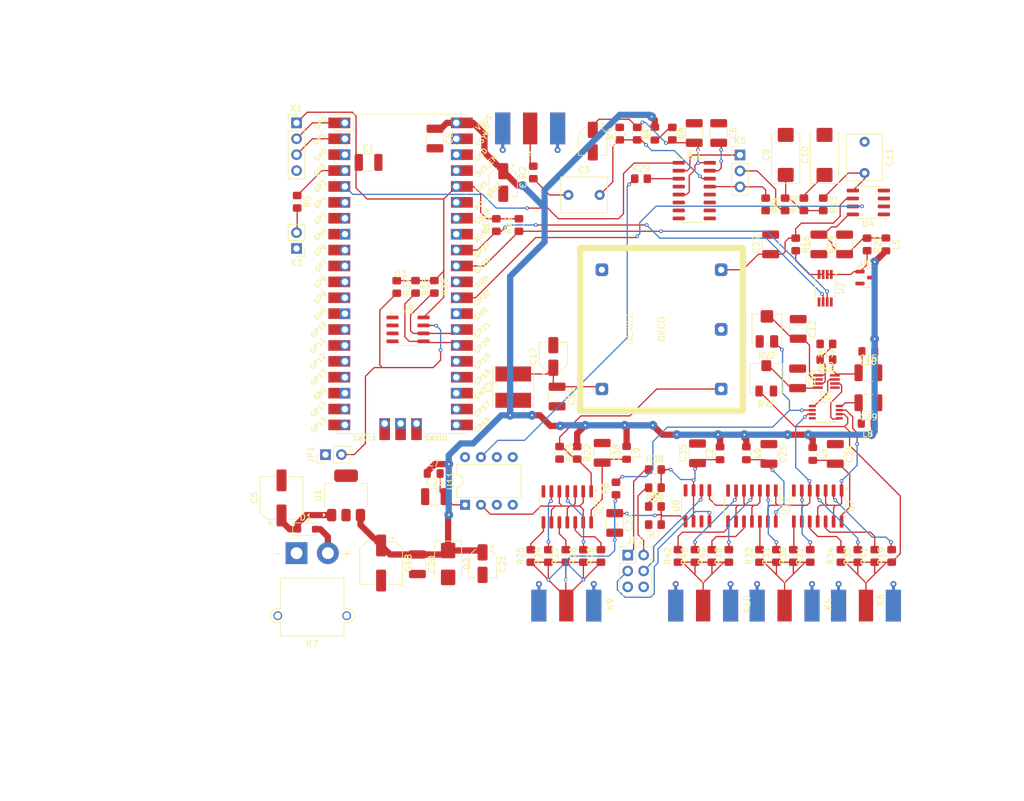
<source format=kicad_pcb>
(kicad_pcb (version 20240108) (generator "pcbnew") (generator_version "8.0")
  (layers (0 "F.Cu" signal) (31 "B.Cu" signal) (34 "B.Paste" user) (35 "F.Paste" user) (36 "B.SilkS" user "B.Silkscreen") (37 "F.SilkS" user "F.Silkscreen") (38 "B.Mask" user) (39 "F.Mask" user) (44 "Edge.Cuts" user))
  (net 0 "")
  (net 1 "GND")
  (net 2 "Net-(K1-Pin_1)")
  (net 3 "Net-(IC1-INH)")
  (net 4 "Net-(C3-Pad1)")
  (net 5 "Net-(IC1-SIG_in)")
  (net 6 "Net-(D1-K)")
  (net 7 "Net-(IC1-C_LD)")
  (net 8 "Net-(IC1-LD)")
  (net 9 "Net-(C9-Pad1)")
  (net 10 "Net-(C10-Pad1)")
  (net 11 "Net-(U4B-+)")
  (net 12 "Net-(IC2A--)")
  (net 13 "Net-(U2-V_{DD})")
  (net 14 "/VCC")
  (net 15 "Net-(IC2B--)")
  (net 16 "Net-(OCXO2-VCC)")
  (net 17 "Net-(D1-A)")
  (net 20 "Net-(IC1-PC2_out)")
  (net 24 "Net-(IC1-COMP_in)")
  (net 25 "Net-(IC1-PC1_out)")
  (net 28 "/VCC{slash}2")
  (net 29 "Net-(IC2-Pad7)")
  (net 30 "Net-(IC2-Pad6)")
  (net 31 "Net-(IC7-Pad10)")
  (net 32 "Net-(IC7-Pad12)")
  (net 33 "Net-(IC7-Pad8)")
  (net 34 "Net-(IC7-Pad6)")
  (net 35 "Net-(OCXO2-10MHz)")
  (net 36 "Net-(IC7-Pad4)")
  (net 37 "Net-(K1-Pin_3)")
  (net 38 "Net-(K1-Pin_2)")
  (net 39 "Net-(JP2-Pin_1)")
  (net 40 "Net-(K3-Pin_2)")
  (net 41 "Net-(K4-In)")
  (net 42 "Net-(K5-C)")
  (net 43 "Net-(K6-In)")
  (net 44 "Net-(K9-In)")
  (net 46 "Net-(OCXO2-Vcont)")
  (net 47 "Net-(U3-GPIO2)")
  (net 48 "Net-(R8-Pad2)")
  (net 49 "Net-(U2-SDA)")
  (net 50 "Net-(U2-SCL)")
  (net 51 "Net-(U2-V_{OUT})")
  (net 62 "Net-(IC2A-V+)")
  (net 64 "Net-(U8-X1{slash}CLK)")
  (net 76 "/comp")
  (net 77 "Net-(U8-OE)")
  (net 84 "Net-(L1-Pad1)")
  (net 85 "Net-(IC7G-VCC)")
  (net 86 "Net-(U5C-VCC)")
  (net 87 "Net-(K10-In)")
  (net 88 "Net-(U3-GPIO20)")
  (net 89 "Net-(U3-GPIO21)")
  (net 90 "Net-(JP1-B)")
  (net 91 "Net-(JP2-Pin_2)")
  (net 92 "Net-(JP2-Pin_3)")
  (net 94 "Net-(U8-CLK)")
  (net 95 "Net-(U4C-V+)")
  (net 96 "Net-(U7G-VCC)")
  (net 97 "Net-(U10G-VCC)")
  (net 98 "Net-(K8-In)")
  (net 99 "Net-(JP2-Pin_4)")
  (net 100 "Net-(R18-Pad2)")
  (net 101 "Net-(R19-Pad2)")
  (net 102 "Net-(R21-Pad2)")
  (net 103 "Net-(R30-Pad2)")
  (net 104 "Net-(R31-Pad2)")
  (net 105 "Net-(R32-Pad2)")
  (net 106 "Net-(R33-Pad2)")
  (net 107 "Net-(R34-Pad2)")
  (net 108 "Net-(R40-Pad2)")
  (net 109 "Net-(R41-Pad2)")
  (net 110 "Net-(R42-Pad2)")
  (net 111 "Net-(R43-Pad2)")
  (net 112 "Net-(U5-Pad7)")
  (net 113 "Net-(U10-Pad1)")
  (net 114 "Net-(U11-GP5)")
  (net 115 "Net-(U11-GP0)")
  (net 120 "Net-(U11-VDD)")
  (footprint "Resistor_SMD:R_0805_2012Metric_Pad1.20x1.40mm_HandSolder" (layer "F.Cu") (at 85.225 73.705 -90)
    (property "Reference" "R36")
    (property "Value" "10k")
  )
  (footprint "Capacitor_SMD:C_1210_3225Metric_Pad1.33x2.70mm_HandSolder" (layer "F.Cu") (at 74.725 53.825)
    (property "Reference" "C1")
    (property "Value" "100n")
  )
  (footprint "Package_SO:SOIC-8_3.9x4.9mm_P1.27mm" (layer "F.Cu") (at 127.245 108.695 90)
    (property "Reference" "U8")
    (property "Value" "U1")
  )
  (footprint "Capacitor_SMD:C_1210_3225Metric_Pad1.33x2.70mm_HandSolder" (layer "F.Cu") (at 85.325 50.005 -90)
    (property "Reference" "C8")
    (property "Value" "100n")
  )
  (footprint "Resistor_SMD:R_0805_2012Metric_Pad1.20x1.40mm_HandSolder" (layer "F.Cu") (at 145.245 116.695 90)
    (property "Reference" "R21")
    (property "Value" "240")
  )
  (footprint "Inductor_SMD:L_0805_2012Metric_Pad1.15x1.40mm_HandSolder" (layer "F.Cu") (at 130.845 100.295 90)
    (property "Reference" "L2")
    (property "Value" "10µ")
  )
  (footprint "Package_SO:SOIC-8_3.9x4.9mm_P1.27mm" (layer "F.Cu") (at 154.525 60.225 180)
    (property "Reference" "U4")
    (property "Value" "AD8620" (hide yes))
  )
  (footprint "Capacitor_SMD:CP_Elec_6.3x9.9" (layer "F.Cu") (at 76.725 117.825 -90)
    (property "Reference" "C18")
    (property "Value" "470µ")
  )
  (footprint "Resistor_SMD:R_0805_2012Metric_Pad1.20x1.40mm_HandSolder" (layer "F.Cu") (at 120.445 105.795 180)
    (property "Reference" "R39")
    (property "Value" "4.7k")
  )
  (footprint "Inductor_SMD:L_0805_2012Metric_Pad1.15x1.40mm_HandSolder" (layer "F.Cu") (at 120.425 49.225 90)
    (property "Reference" "L1")
    (property "Value" "100µ")
  )
  (footprint "Resistor_SMD:R_0805_2012Metric_Pad1.20x1.40mm_HandSolder" (layer "F.Cu") (at 103.425 116.7 90)
    (property "Reference" "R24")
    (property "Value" "240")
  )
  (footprint "Resistor_SMD:R_0805_2012Metric_Pad1.20x1.40mm_HandSolder" (layer "F.Cu") (at 108.025 100.225 -90)
    (property "Reference" "R22")
    (property "Value" "22k")
  )
  (footprint "Diode_SMD:D_SMB" (layer "F.Cu") (at 87.425 117.975 -90)
    (property "Reference" "D2")
    (property "Value" "D")
  )
  (footprint "Capacitor_SMD:C_1210_3225Metric_Pad1.33x2.70mm_HandSolder" (layer "F.Cu") (at 85.325 107.225)
    (property "Reference" "C26")
    (property "Value" "100n")
  )
  (footprint "Resistor_SMD:R_0805_2012Metric_Pad1.20x1.40mm_HandSolder" (layer "F.Cu") (at 138.125 60.525 -90)
    (property "Reference" "R11")
    (property "Value" "1M")
  )
  (footprint "Capacitor_SMD:C_1210_3225Metric_Pad1.33x2.70mm_HandSolder" (layer "F.Cu") (at 143.225 88.325 -90)
    (property "Reference" "C16")
    (property "Value" "40p")
  )
  (footprint "Inductor_SMD:L_0805_2012Metric_Pad1.15x1.40mm_HandSolder" (layer "F.Cu") (at 115.925 100.225 -90)
    (property "Reference" "L9")
    (property "Value" "10µ")
  )
  (footprint "Capacitor_SMD:C_1210_3225Metric_Pad1.33x2.70mm_HandSolder" (layer "F.Cu") (at 104.825 91.225 -90)
    (property "Reference" "C19")
    (property "Value" "100n")
  )
  (footprint "Capacitor_SMD:C_1210_3225Metric_Pad1.33x2.70mm_HandSolder" (layer "F.Cu") (at 150.725 66.925 90)
    (property "Reference" "C14")
    (property "Value" "100n")
  )
  (footprint "Capacitor_SMD:C_1210_3225Metric_Pad1.33x2.70mm_HandSolder" (layer "F.Cu") (at 114.025 111.425 -90)
    (property "Reference" "C23")
    (property "Value" "100n")
  )
  (footprint "Connector_Coaxial:SMA_Molex_73251-1153_EdgeMount_Horizontal" (layer "F.Cu") (at 106.3 122.905 90)
    (property "Reference" "K9")
    (property "Value" "Conn_Coaxial")
  )
  (footprint "Capacitor_SMD:C_1210_3225Metric_Pad1.33x2.70mm_HandSolder" (layer "F.Cu") (at 143.325 80.425 -90)
    (property "Reference" "C12")
    (property "Value" "40p")
  )
  (footprint "Connector_PinHeader_2.54mm:PinHeader_1x04_P2.54mm_Vertical" (layer "F.Cu") (at 63.225 47.505)
    (property "Reference" "K1")
    (property "Value" "Conn_01x04")
  )
  (footprint "Resistor_SMD:R_0805_2012Metric_Pad1.20x1.40mm_HandSolder" (layer "F.Cu") (at 144.225 60.525 90)
    (property "Reference" "R10")
    (property "Value" "22k")
  )
  (footprint "Resistor_SMD:R_0805_2012Metric_Pad1.20x1.40mm_HandSolder" (layer "F.Cu") (at 147.825 85.325 180)
    (property "Reference" "R14")
    (property "Value" "10k")
  )
  (footprint "Inductor_SMD:L_Cenker_CKCS6045" (layer "F.Cu") (at 97.825 89.725 90)
    (property "Reference" "L3")
    (property "Value" "10µ")
  )
  (footprint "Capacitor_SMD:C_1210_3225Metric_Pad1.33x2.70mm_HandSolder" (layer "F.Cu") (at 149.245 100.395 -90)
    (property "Reference" "C24")
    (property "Value" "100n")
  )
  (footprint "OCXO_example:OSC5A2B02" (layer "F.Cu") (at 121.5 80.5 90)
    (property "Reference" "OCXO2")
    (property "Value" "~")
  )
  (footprint "Package_SO:VSSOP-8_3.0x3.0mm_P0.65mm" (layer "F.Cu") (at 147.625 73.925 -90)
    (property "Reference" "U2")
    (property "Value" "DAC8571IDGK" (hide yes))
  )
  (footprint "Resistor_SMD:R_0805_2012Metric_Pad1.20x1.40mm_HandSolder" (layer "F.Cu") (at 106.225 116.7 90)
    (property "Reference" "R27")
    (property "Value" "240")
  )
  (footprint "Resistor_SMD:R_0805_2012Metric_Pad1.20x1.40mm_HandSolder" (layer "F.Cu") (at 137.145 116.695 90)
    (property "Reference" "R32")
    (property "Value" "240")
  )
  (footprint "Connector_AMASS:AMASS_XT30PW-M_1x02_P2.50mm_Horizontal" (layer "F.Cu") (at 63.225 116.25 180)
    (property "Reference" "K7")
    (property "Value" "Conn_01x02")
  )
  (footprint "Capacitor_SMD:C_1210_3225Metric_Pad1.33x2.70mm_HandSolder" (layer "F.Cu") (at 112.025 100.225 -90)
    (property "Reference" "C38")
    (property "Value" "100n")
  )
  (footprint "Resistor_SMD:R_0805_2012Metric_Pad1.20x1.40mm_HandSolder" (layer "F.Cu") (at 120.445 108.795)
    (property "Reference" "R3")
    (property "Value" "100k")
  )
  (footprint "Connector_Coaxial:SMA_Molex_73251-1153_EdgeMount_Horizontal" (layer "F.Cu") (at 100.525 50.115 -90)
    (property "Reference" "K8")
    (property "Value" "Conn_Coaxial")
  )
  (footprint "Resistor_SMD:R_0805_2012Metric_Pad1.20x1.40mm_HandSolder" (layer "F.Cu") (at 139.845 116.695 90)
    (property "Reference" "R31")
    (property "Value" "240")
  )
  (footprint "Package_DIP:DIP-8_W7.62mm" (layer "F.Cu") (at 90.125 108.525 90)
    (property "Reference" "U11")
    (property "Value" "PIC12F675-xP")
  )
  (footprint "MCU_RaspberryPi_and_Boards:RPi_Pico_SMD_TH" (layer "F.Cu") (at 79.835 71.635)
    (property "Reference" "U3")
    (property "Value" "Pico")
  )
  (footprint "Resistor_SMD:R_0805_2012Metric_Pad1.20x1.40mm_HandSolder" (layer "F.Cu") (at 95.125 63.825 90)
    (property "Reference" "R13")
    (property "Value" "10k")
  )
  (footprint "Package_TO_SOT_SMD:SOT-23" (layer "F.Cu") (at 154.125 72.225)
    (property "Reference" "U6")
    (property "Value" "LM4040DBZ-4.1")
  )
  (footprint "Capacitor_SMD:CP_Elec_4x5.3" (layer "F.Cu") (at 110.525 50.425 -90)
    (property "Reference" "C2")
    (property "Value" "47µ")
  )
  (footprint "Connector_Coaxial:SMA_Molex_73251-1153_EdgeMount_Horizontal" (layer "F.Cu") (at 154.145 122.905 90)
    (property "Reference" "K6")
    (property "Value" "Conn_Coaxial")
  )
  (footprint "Potentiometer_SMD:Potentiometer_Bourns_3314S_Horizontal" (layer "F.Cu") (at 138.225 88.325 180)
    (property "Reference" "RV1")
    (property "Value" "2k")
  )
  (footprint "Package_SO:TSSOP-8_3x3mm_P0.65mm" (layer "F.Cu") (at 147.725 93.725)
    (property "Reference" "U5")
    (property "Value" "74LVC2G86")
  )
  (footprint "Capacitor_SMD:C_1210_3225Metric_Pad1.33x2.70mm_HandSolder" (layer "F.Cu") (at 154.525 92.225 180)
    (property "Reference" "C39")
    (property "Value" "100n")
  )
  (footprint "Capacitor_SMD:C_1210_3225Metric_Pad1.33x2.70mm_HandSolder" (layer "F.Cu") (at 130.625 49.125 -90)
    (property "Reference" "C6")
    (property "Value" "2.2n")
  )
  (footprint "Resistor_SMD:R_0805_2012Metric_Pad1.20x1.40mm_HandSolder" (layer "F.Cu") (at 152.845 116.695 90)
    (property "Reference" "R33")
    (property "Value" "240")
  )
  (footprint "Resistor_SMD:R_0805_2012Metric_Pad1.20x1.40mm_HandSolder" (layer "F.Cu") (at 129.545 116.695 90)
    (property "Reference" "R43")
    (property "Value" "240")
  )
  (footprint "Inductor_SMD:L_0805_2012Metric_Pad1.15x1.40mm_HandSolder" (layer "F.Cu") (at 157.325 66.925 -90)
    (property "Reference" "L5")
    (property "Value" "100µ")
  )
  (footprint "Connector_Coaxial:SMA_Molex_73251-1153_EdgeMount_Horizontal" (layer "F.Cu") (at 128.145 122.905 90)
    (property "Reference" "K10")
    (property "Value" "Conn_Coaxial")
  )
  (footprint "Resistor_SMD:R_0805_2012Metric_Pad1.20x1.40mm_HandSolder" (layer "F.Cu") (at 63.325 60.105 -90)
    (property "Reference" "R5")
    (property "Value" "1k")
  )
  (footprint "Capacitor_SMD:CP_Elec_4x5.3" (layer "F.Cu") (at 96.225 57.025 -90)
    (property "Reference" "C7")
    (property "Value" "47µ")
  )
  (footprint "Resistor_SMD:R_0805_2012Metric_Pad1.20x1.40mm_HandSolder" (layer "F.Cu") (at 120.445 111.695 180)
    (property "Reference" "R7")
    (property "Value" "100k")
  )
  (footprint "Resistor_SMD:R_0805_2012Metric_Pad1.20x1.40mm_HandSolder" (layer "F.Cu") (at 141.225 60.525 90)
    (property "Reference" "R9")
    (property "Value" "160k")
  )
  (footprint "Resistor_SMD:R_0805_2012Metric_Pad1.20x1.40mm_HandSolder" (layer "F.Cu") (at 123.225 49.225 -90)
    (property "Reference" "R6")
    (property "Value" "22")
  )
  (footprint "Capacitor_SMD:CP_Elec_4x5.3" (layer "F.Cu") (at 104.225 84.825 90)
    (property "Reference" "C17")
    (property "Value" "47µ")
  )
  (footprint "Resistor_SMD:R_0805_2012Metric_Pad1.20x1.40mm_HandSolder" (layer "F.Cu") (at 109.025 116.7 90)
    (property "Reference" "R26")
    (property "Value" "240")
  )
  (footprint "Resistor_SMD:R_0805_2012Metric_Pad1.20x1.40mm_HandSolder" (layer "F.Cu") (at 101.025 55.425 90)
    (property "Reference" "R2")
    (property "Value" "240")
  )
  (footprint "Inductor_SMD:L_0805_2012Metric_Pad1.15x1.40mm_HandSolder" (layer "F.Cu") (at 85.125 103.525)
    (property "Reference" "L7")
    (property "Value" "10µ")
  )
  (footprint "Capacitor_SMD:C_1210_3225Metric_Pad1.33x2.70mm_HandSolder" (layer "F.Cu") (at 138.645 100.395 -90)
    (property "Reference" "C25")
    (property "Value" "100n")
  )
  (footprint "Resistor_SMD:R_0805_2012Metric_Pad1.20x1.40mm_HandSolder" (layer "F.Cu") (at 111.825 116.7 90)
    (property "Reference" "R28")
    (property "Value" "240")
  )
  (footprint "Package_TO_SOT_SMD:SOT-223-3_TabPin2" (layer "F.Cu") (at 71.125 107.025 90)
    (property "Reference" "U1")
    (property "Value" "LM7805_TO220")
  )
  (footprint "Connector_PinHeader_2.54mm:PinHeader_1x02_P2.54mm_Vertical" (layer "F.Cu") (at 63.225 67.58 180)
    (property "Reference" "K3")
    (property "Value" "Conn_01x02")
  )
  (footprint "Resistor_SMD:R_0805_2012Metric_Pad1.20x1.40mm_HandSolder" (layer "F.Cu") (at 155.545 116.695 90)
    (property "Reference" "R41")
    (property "Value" "240")
  )
  (footprint "Resistor_SMD:R_0805_2012Metric_Pad1.20x1.40mm_HandSolder" (layer "F.Cu") (at 98.725 63.825 90)
    (property "Reference" "R12")
    (property "Value" "10k")
  )
  (footprint "Resistor_SMD:R_0805_2012Metric_Pad1.20x1.40mm_HandSolder" (layer "F.Cu") (at 132.245 116.695 90)
    (property "Reference" "R18")
    (property "Value" "240")
  )
  (footprint "Resistor_SMD:R_0805_2012Metric_Pad1.20x1.40mm_HandSolder" (layer "F.Cu") (at 142.545 116.695 90)
    (property "Reference" "R30")
    (property "Value" "240")
  )
  (footprint "Resistor_SMD:R_0805_2012Metric_Pad1.20x1.40mm_HandSolder" (layer "F.Cu") (at 120.445 102.895)
    (property "Reference" "R38")
    (property "Value" "4.7k")
  )
  (footprint "Capacitor_SMD:C_1210_3225Metric_Pad1.33x2.70mm_HandSolder" (layer "F.Cu") (at 126.725 49.125 90)
    (property "Reference" "C4")
    (property "Value" "100n")
  )
  (footprint "Connector_PinHeader_2.54mm:PinHeader_1x02_P2.54mm_Vertical" (layer "F.Cu") (at 67.85 100.505 90)
    (property "Reference" "JP1")
    (property "Value" "Jumper_2_Open")
  )
  (footprint "Capacitor_THT:C_Rect_L7.2mm_W5.5mm_P5.00mm_FKS2_FKP2_MKS2_MKP2" (layer "F.Cu") (at 153.925 50.525 -90)
    (property "Reference" "C11")
    (property "Value" "1µ")
  )
  (footprint "Package_TO_SOT_SMD:SOT-23-8_Handsoldering" (layer "F.Cu") (at 147.825 88.825)
    (property "Reference" "IC2")
    (property "Value" "~")
  )
  (footprint "Resistor_SMD:R_0805_2012Metric_Pad1.20x1.40mm_HandSolder" (layer "F.Cu") (at 147.325 60.525 -90)
    (property "Reference" "R15")
    (property "Value" "240")
  )
  (footprint "Resistor_SMD:R_0805_2012Metric_Pad1.20x1.40mm_HandSolder" (layer "F.Cu") (at 114.225 105.925 90)
    (property "Reference" "R8")
    (property "Value" "0")
  )
  (footprint "Resistor_SMD:R_0805_2012Metric_Pad1.20x1.40mm_HandSolder" (layer "F.Cu") (at 124.145 116.695 90)
    (property "Reference" "R42")
    (property "Value" "240")
  )
  (footprint "Resistor_SMD:R_0805_2012Metric_Pad1.20x1.40mm_HandSolder" (layer "F.Cu") (at 105.225 100.225 -90)
    (property "Reference" "R23")
    (property "Value" "22k")
  )
  (footprint "Resistor_SMD:R_0805_2012Metric_Pad1.20x1.40mm_HandSolder" (layer "F.Cu") (at 82.225 73.705 -90)
    (property "Reference" "R35")
    (property "Value" "10k")
  )
  (footprint "Capacitor_SMD:CP_Elec_4x5.3" (layer "F.Cu") (at 92.925 117.925 -90)
    (property "Reference" "C21")
    (property "Value" "47µ")
  )
  (footprint "Capacitor_SMD:CP_Elec_6.3x9.9" (layer "F.Cu") (at 60.825 107.425 90)
    (property "Reference" "C5")
    (property "Value" "470µ")
  )
  (footprint "Resistor_SMD:R_0805_2012Metric_Pad1.20x1.40mm_HandSolder" (layer "F.Cu") (at 154.325 66.925 -90)
    (property "Reference" "R20")
    (property "Value" "1k")
  )
  (footprint "Capacitor_SMD:C_1210_3225Metric_Pad1.33x2.70mm_HandSolder" (layer "F.Cu") (at 146.625 66.925 -90)
    (property "Reference" "C13")
    (property "Value" "100n")
  )
  (footprint "Package_SO:SOIC-14_3.9x8.7mm_P1.27mm" (layer "F.Cu") (at 135.935 108.72 -90)
    (property "Reference" "U10")
    (property "Value" "74HC14")
  )
  (footprint "Package_SO:SOIC-16_3.9x9.9mm_P1.27mm" (layer "F.Cu") (at 126.725 58.325)
    (property "Reference" "IC1")
    (property "Value" "~")
  )
  (footprint "Resistor_SMD:R_0805_2012Metric_Pad1.20x1.40mm_HandSolder" (layer "F.Cu") (at 158.245 116.695 90)
    (property "Reference" "R19")
    (property "Value" "240")
  )
  (footprint "Inductor_SMD:L_0805_2012Metric_Pad1.15x1.40mm_HandSolder" (layer "F.Cu") (at 154.425 95.525 180)
    (property "Reference" "L8")
    (property "Value" "10µ")
  )
  (footprint "Capacitor_Tantalum_SMD:CP_EIA-7343-43_Kemet-X_Pad2.25x2.55mm_HandSolder" (layer "F.Cu") (at 141.325 52.625 90)
    (property "Reference" "C9")
    (property "Value" "22µ")
  )
  (footprint "Resistor_SMD:R_0805_2012Metric_Pad1.20x1.40mm_HandSolder" (layer "F.Cu") (at 114.825 49.225 90)
    (property "Reference" "R4")
    (property "Value" "22k")
  )
  (footprint "Capacitor_SMD:C_1210_3225Metric_Pad1.33x2.70mm_HandSolder" (layer "F.Cu") (at 127.245 100.295 90)
    (property "Reference" "C35")
    (property "Value" "100n")
  )
  (footprint "Resistor_SMD:R_0805_2012Metric_Pad1.20x1.40mm_HandSolder" (layer "F.Cu") (at 147.825 82.825 180)
    (property "Reference" "R17")
    (property "Value" "10k")
  )
  (footprint "Inductor_SMD:L_0805_2012Metric_Pad1.15x1.40mm_HandSolder" (layer "F.Cu") (at 154.525 84.025 180)
    (property "Reference" "L10")
    (property "Value" "10µ")
  )
  (footprint "Resistor_SMD:R_0805_2012Metric_Pad1.20x1.40mm_HandSolder" (layer "F.Cu") (at 142.925 66.925 -90)
    (property "Reference" "R16")
    (property "Value" "680")
  )
  (footprint "Package_SO:SOIC-14_3.9x8.7mm_P1.27mm" (layer "F.Cu") (at 106.455 108.855 -90)
    (property "Reference" "IC7")
    (property "Value" "74HC14")
  )
  (footprint "Capacitor_Tantalum_SMD:CP_EIA-7343-43_Kemet-X_Pad2.25x2.55mm_HandSolder" (layer "F.Cu") (at 147.525 52.625 90)
    (property "Reference" "C10")
    (property "Value" "220µ")
  )
  (footprint "Resistor_SMD:R_0805_2012Metric_Pad1.20x1.40mm_HandSolder" (layer "F.Cu") (at 150.145 116.695 90)
    (property "Reference" "R34")
    (property "Value" "240")
  )
  (footprint "Connector_Coaxial:SMA_Molex_73251-1153_EdgeMount_Horizontal" (layer "F.Cu") (at 141.145 122.905 90)
    (property "Reference" "K4")
    (property "Value" "Conn_Coaxial")
  )
  (footprint "Diode_SMD:D_SOD-123F" (layer "F.Cu") (at 64.825 112.425)
    (property "Reference" "D1")
    (property "Value" "SS24")
  )
  (footprint "Capacitor_THT:C_Rect_L7.2mm_W5.5mm_P5.00mm_FKS2_FKP2_MKS2_MKP2" (layer "F.Cu") (at 106.625 59.025)
    (property "Reference" "C3")
    (property "Value" "1µ")
  )
  (footprint "Resistor_SMD:R_0805_2012Metric_Pad1.20x1.40mm_HandSolder" (layer "F.Cu") (at 79.225 73.725 -90)
    (property "Reference" "R37")
    (property "Value" "10k")
  )
  (footprint "Resistor_SMD:R_0805_2012Metric_Pad1.20x1.40mm_HandSolder" (layer "F.Cu") (at 126.845 116.695 90)
    (property "Reference" "R40")
    (property "Value" "240")
  )
  (footprint "Resistor_SMD:R_0805_2012Metric_Pad1.20x1.40mm_HandSolder" (layer "F.Cu") (at 117.625 49.225 -90)
    (property "Reference" "R1")
    (property "Value" "22k")
  )
  (footprint "Resistor_SMD:R_0805_2012Metric_Pad1.20x1.40mm_HandSolder" (layer "F.Cu") (at 118.225 56.425)
    (property "Reference" "R29")
    (property "Value" "680")
  )
  (footprint "Connector_PinHeader_2.54mm:PinHeader_1x03_P2.54mm_Vertical" (layer "F.Cu") (at 134.025 52.645)
    (property "Reference" "K5")
    (property "Value" "Jumper_3_Open" (hide yes))
  )
  (footprint "Capacitor_SMD:C_1210_3225Metric_Pad1.33x2.70mm_HandSolder" (layer "F.Cu") (at 154.525 87.425)
    (property "Reference" "C15")
    (property "Value" "100n")
  )
  (footprint "Package_SO:SOIC-14_3.9x8.7mm_P1.27mm" (layer "F.Cu") (at 146.435 108.72 -90)
    (property "Reference" "U7")
    (property "Value" "74HC14")
  )
  (footprint "Potentiometer_SMD:Potentiometer_Bourns_3314J_Vertical" (layer "F.Cu") (at 138.325 80.425 180)
    (property "Reference" "RV2")
    (property "Value" "4k")
  )
  (footprint "Capacitor_SMD:C_1210_3225Metric_Pad1.33x2.70mm_HandSolder" (layer "F.Cu") (at 138.925 66.925 90)
    (property "Reference" "C22")
    (property "Value" "100n")
  )
  (footprint "Connector_PinHeader_2.54mm:PinHeader_2x03_P2.54mm_Vertical" (layer "F.Cu") (at 116.105 116.555)
    (property "Reference" "JP2")
    (property "Value" "Conn_02x03_Odd_Even")
  )
  (footprint "Inductor_SMD:L_0805_2012Metric_Pad1.15x1.40mm_HandSolder" (layer "F.Cu") (at 135.045 100.295 -90)
    (property "Reference" "L6")
    (property "Value" "10µ")
  )
  (footprint "Resistor_SMD:R_0805_2012Metric_Pad1.20x1.40mm_HandSolder" (layer "F.Cu") (at 100.625 116.7 90)
    (property "Reference" "R25")
    (property "Value" "240")
  )
  (footprint "Package_SO:SOIC-8_3.9x4.9mm_P1.27mm" (layer "F.Cu") (at 81.025 80.505)
    (property "Reference" "U9")
    (property "Value" "CAT24C128")
  )
  (footprint "Inductor_SMD:L_0805_2012Metric_Pad1.15x1.40mm_HandSolder" (layer "F.Cu") (at 145.645 100.395 -90)
    (property "Reference" "L4")
    (property "Value" "10µ")
  )
  (footprint "Capacitor_SMD:C_1210_3225Metric_Pad1.33x2.70mm_HandSolder" (layer "F.Cu") (at 82.525 118.025 -90)
    (property "Reference" "C20")
    (property "Value" "100n")
  )
  (segment (start 83.5 78.6) (end 86.725 75.375) (width 0.2) (layer "F.Cu") (net 2))
  (segment (start 86.725 71.005) (end 86.725 59.665) (width 0.2) (layer "F.Cu") (net 2))
  (segment (start 79.225 72.725) (end 82.205 72.725) (width 0.2) (layer "F.Cu") (net 2))
  (segment (start 86.725 75.375) (end 86.725 71.005) (width 0.2) (layer "F.Cu") (net 2))
  (segment (start 88.725 57.665) (end 91.465 57.665) (width 0.2) (layer "F.Cu") (net 2))
  (segment (start 93.625 62.825) (end 95.125 62.825) (width 0.2) (layer "F.Cu") (net 2))
  (segment (start 85.225 72.705) (end 86.725 71.205) (width 0.2) (layer "F.Cu") (net 2))
  (segment (start 72.125 45.805) (end 72.725 46.405) (width 0.2) (layer "F.Cu") (net 2))
  (segment (start 82.225 72.705) (end 85.225 72.705) (width 0.2) (layer "F.Cu") (net 2))
  (segment (start 91.465 57.665) (end 92.625 58.825) (width 0.2) (layer "F.Cu") (net 2))
  (segment (start 86.725 71.205) (end 86.725 71.005) (width 0.2) (layer "F.Cu") (net 2))
  (segment (start 86.725 59.665) (end 88.725 57.665) (width 0.2) (layer "F.Cu") (net 2))
  (segment (start 82.205 72.725) (end 82.225 72.705) (width 0.2) (layer "F.Cu") (net 2))
  (segment (start 98.725 62.825) (end 95.125 62.825) (width 0.2) (layer "F.Cu") (net 2))
  (segment (start 74.485 59.665) (end 86.725 59.665) (width 0.2) (layer "F.Cu") (net 2))
  (segment (start 72.725 57.905) (end 74.485 59.665) (width 0.2) (layer "F.Cu") (net 2))
  (segment (start 92.625 58.825) (end 92.625 61.825) (width 0.2) (layer "F.Cu") (net 2))
  (segment (start 92.625 61.825) (end 93.625 62.825) (width 0.2) (layer "F.Cu") (net 2))
  (segment (start 63.225 47.505) (end 64.925 45.805) (width 0.2) (layer "F.Cu") (net 2))
  (segment (start 72.725 46.405) (end 72.725 57.905) (width 0.2) (layer "F.Cu") (net 2))
  (segment (start 64.925 45.805) (end 72.125 45.805) (width 0.2) (layer "F.Cu") (net 2))
  (segment (start 125.49 58.96) (end 125.925 58.525) (width 0.2) (layer "F.Cu") (net 3))
  (segment (start 117.625 48.225) (end 118.425 47.425) (width 0.2) (layer "F.Cu") (net 3))
  (segment (start 127.27 53.88) (end 127.28 53.88) (width 0.2) (layer "F.Cu") (net 3))
  (segment (start 125.925 55.925) (end 126.825 55.025) (width 0.2) (layer "F.Cu") (net 3))
  (segment (start 124.25 58.96) (end 125.49 58.96) (width 0.2) (layer "F.Cu") (net 3))
  (segment (start 126.825 55.025) (end 126.825 54.325) (width 0.2) (layer "F.Cu") (net 3))
  (segment (start 127.325 51.825) (end 127.325 51.2875) (width 0.2) (layer "F.Cu") (net 3))
  (segment (start 111.525 46.925) (end 110.525 47.925) (width 0.2) (layer "F.Cu") (net 3))
  (segment (start 123.6875 50.6875) (end 123.225 50.225) (width 0.2) (layer "F.Cu") (net 3))
  (segment (start 126.725 50.6875) (end 123.6875 50.6875) (width 0.2) (layer "F.Cu") (net 3))
  (segment (start 117.625 48.225) (end 116.325 46.925) (width 0.2) (layer "F.Cu") (net 3))
  (segment (start 127.325 53.925) (end 127.37 53.88) (width 0.2) (layer "F.Cu") (net 3))
  (segment (start 110.525 47.925) (end 110.525 48.625) (width 0.2) (layer "F.Cu") (net 3))
  (segment (start 122.725 50.725) (end 123.225 50.225) (width 0.2) (layer "F.Cu") (net 3))
  (segment (start 127.37 53.88) (end 129.2 53.88) (width 0.2) (layer "F.Cu") (net 3))
  (segment (start 125.925 58.525) (end 125.925 55.925) (width 0.2) (layer "F.Cu") (net 3))
  (segment (start 127.28 53.88) (end 127.325 53.925) (width 0.2) (layer "F.Cu") (net 3))
  (segment (start 126.825 54.325) (end 127.27 53.88) (width 0.2) (layer "F.Cu") (net 3))
  (segment (start 122.225 50.725) (end 122.725 50.725) (width 0.2) (layer "F.Cu") (net 3))
  (segment (start 116.325 46.925) (end 111.525 46.925) (width 0.2) (layer "F.Cu") (net 3))
  (segment (start 127.325 51.2875) (end 126.725 50.6875) (width 0.2) (layer "F.Cu") (net 3))
  (via (at 127.325 51.825) (size 0.6) (drill 0.3) (layers "F.Cu" "B.Cu") (net 3))
  (via (at 127.325 53.925) (size 0.6) (drill 0.3) (layers "F.Cu" "B.Cu") (net 3))
  (via (at 122.225 50.725) (size 0.6) (drill 0.3) (layers "F.Cu" "B.Cu") (net 3))
  (via (at 118.425 47.425) (size 0.6) (drill 0.3) (layers "F.Cu" "B.Cu") (net 3))
  (segment (start 127.325 53.925) (end 127.325 53.825) (width 0.2) (layer "B.Cu") (net 3))
  (segment (start 118.925 47.425) (end 122.225 50.725) (width 0.2) (layer "B.Cu") (net 3))
  (segment (start 127.325 53.825) (end 127.325 51.825) (width 0.2) (layer "B.Cu") (net 3))
  (segment (start 118.425 47.425) (end 118.925 47.425) (width 0.2) (layer "B.Cu") (net 3))
  (segment (start 101.025 56.425) (end 103.625 59.025) (width 0.2) (layer "F.Cu") (net 4))
  (segment (start 103.625 59.025) (end 106.625 59.025) (width 0.2) (layer "F.Cu") (net 4))
  (segment (start 129.2 56.42) (end 128.02 56.42) (width 0.2) (layer "F.Cu") (net 5))
  (segment (start 119.025 51.025) (end 118.225 50.225) (width 0.2) (layer "F.Cu") (net 5))
  (segment (start 114.825 50.225) (end 113.725 51.325) (width 0.2) (layer "F.Cu") (net 5))
  (segment (start 118.225 50.225) (end 117.625 50.225) (width 0.2) (layer "F.Cu") (net 5))
  (segment (start 117.625 50.225) (end 114.825 50.225) (width 0.2) (layer "F.Cu") (net 5))
  (segment (start 113.725 56.925) (end 111.625 59.025) (width 0.2) (layer "F.Cu") (net 5))
  (segment (start 113.725 51.325) (end 113.725 56.925) (width 0.2) (layer "F.Cu") (net 5))
  (segment (start 128.02 56.42) (end 127.625 56.025) (width 0.2) (layer "F.Cu") (net 5))
  (via (at 127.625 56.025) (size 0.6) (drill 0.3) (layers "F.Cu" "B.Cu") (net 5))
  (via (at 119.025 51.025) (size 0.6) (drill 0.3) (layers "F.Cu" "B.Cu") (net 5))
  (segment (start 122.225 51.925) (end 119.925 51.925) (width 0.2) (layer "B.Cu") (net 5))
  (segment (start 119.925 51.925) (end 119.025 51.025) (width 0.2) (layer "B.Cu") (net 5))
  (segment (start 123.525 51.925) (end 122.225 51.925) (width 0.2) (layer "B.Cu") (net 5))
  (segment (start 127.625 56.025) (end 123.525 51.925) (width 0.2) (layer "B.Cu") (net 5))
  (segment (start 64.775 110.175) (end 68.825 110.175) (width 1) (layer "F.Cu") (net 6))
  (segment (start 63.425 111.525) (end 64.775 110.175) (width 1) (layer "F.Cu") (net 6))
  (segment (start 62.125 112.425) (end 60.825 111.125) (width 1) (layer "F.Cu") (net 6))
  (segment (start 63.425 112.425) (end 63.425 111.525) (width 1) (layer "F.Cu") (net 6))
  (segment (start 63.425 112.425) (end 62.125 112.425) (width 1) (layer "F.Cu") (net 6))
  (segment (start 60.825 111.125) (end 60.825 110.225) (width 1) (layer "F.Cu") (net 6))
  (segment (start 129.2 55.15) (end 130.6 55.15) (width 0.2) (layer "F.Cu") (net 7))
  (segment (start 131.025 54.725) (end 131.025 53.625) (width 0.2) (layer "F.Cu") (net 7))
  (segment (start 131.025 51.0875) (end 130.625 50.6875) (width 0.2) (layer "F.Cu") (net 7))
  (segment (start 130.6 55.15) (end 131.025 54.725) (width 0.2) (layer "F.Cu") (net 7))
  (segment (start 131.025 51.825) (end 131.025 51.0875) (width 0.2) (layer "F.Cu") (net 7))
  (via (at 131.025 51.825) (size 0.6) (drill 0.3) (layers "F.Cu" "B.Cu") (net 7))
  (via (at 131.025 53.625) (size 0.6) (drill 0.3) (layers "F.Cu" "B.Cu") (net 7))
  (segment (start 131.025 53.625) (end 131.025 53.525) (width 0.2) (layer "B.Cu") (net 7))
  (segment (start 131.025 53.525) (end 131.025 51.825) (width 0.2) (layer "B.Cu") (net 7))
  (segment (start 124.205 53.925) (end 124.25 53.88) (width 0.2) (layer "F.Cu") (net 8))
  (segment (start 115.425 55.625) (end 117.125 53.925) (width 0.2) (layer "F.Cu") (net 8))
  (segment (start 114.625 62.825) (end 115.425 62.025) (width 0.2) (layer "F.Cu") (net 8))
  (segment (start 115.425 62.025) (end 115.425 55.625) (width 0.2) (layer "F.Cu") (net 8))
  (segment (start 100.025 61.125) (end 103.325 61.125) (width 0.2) (layer "F.Cu") (net 8))
  (segment (start 117.125 53.925) (end 124.205 53.925) (width 0.2) (layer "F.Cu") (net 8))
  (segment (start 103.325 61.125) (end 105.025 62.825) (width 0.2) (layer "F.Cu") (net 8))
  (segment (start 105.025 62.825) (end 114.625 62.825) (width 0.2) (layer "F.Cu") (net 8))
  (via (at 100.025 61.125) (size 0.6) (drill 0.3) (layers "F.Cu" "B.Cu") (net 8))
  (segment (start 92.925 58.925) (end 95.125 61.125) (width 0.2) (layer "B.Cu") (net 8))
  (segment (start 95.125 61.125) (end 100.025 61.125) (width 0.2) (layer "B.Cu") (net 8))
  (segment (start 70.945 57.665) (end 72.205 58.925) (width 0.2) (layer "B.Cu") (net 8))
  (segment (start 72.205 58.925) (end 92.925 58.925) (width 0.2) (layer "B.Cu") (net 8))
  (segment (start 144.225 61.525) (end 147.325 61.525) (width 0.2) (layer "F.Cu") (net 9))
  (segment (start 141.325 55.825) (end 141.325 59.425) (width 0.2) (layer "F.Cu") (net 9))
  (segment (start 141.925 59.525) (end 143.925 61.525) (width 0.2) (layer "F.Cu") (net 9))
  (segment (start 141.225 59.525) (end 141.925 59.525) (width 0.2) (layer "F.Cu") (net 9))
  (segment (start 141.325 59.425) (end 141.225 59.525) (width 0.2) (layer "F.Cu") (net 9))
  (segment (start 143.925 61.525) (end 144.225 61.525) (width 0.2) (layer "F.Cu") (net 9))
  (segment (start 144.225 59.125) (end 147.525 55.825) (width 0.2) (layer "F.Cu") (net 10))
  (segment (start 144.225 59.525) (end 144.225 59.125) (width 0.2) (layer "F.Cu") (net 10))
  (segment (start 153.925 56.445) (end 153.925 55.525) (width 0.2) (layer "F.Cu") (net 11))
  (segment (start 151.325 55.525) (end 153.925 55.525) (width 0.2) (layer "F.Cu") (net 11))
  (segment (start 152.05 58.32) (end 153.925 56.445) (width 0.2) (layer "F.Cu") (net 11))
  (segment (start 147.325 59.525) (end 151.325 55.525) (width 0.2) (layer "F.Cu") (net 11))
  (segment (start 142.3875 81.9875) (end 143.325 81.9875) (width 0.2) (layer "F.Cu") (net 12))
  (segment (start 145.776544 88.495) (end 145.125 87.843456) (width 0.2) (layer "F.Cu") (net 12))
  (segment (start 138.325 78.425) (end 138.825 78.425) (width 0.2) (layer "F.Cu") (net 12))
  (segment (start 145.125 83.025) (end 144.0875 81.9875) (width 0.2) (layer "F.Cu") (net 12))
  (segment (start 146.475 88.495) (end 145.776544 88.495) (width 0.2) (layer "F.Cu") (net 12))
  (segment (start 145.125 87.843456) (end 145.125 83.025) (width 0.2) (layer "F.Cu") (net 12))
  (segment (start 138.825 78.425) (end 142.3875 81.9875) (width 0.2) (layer "F.Cu") (net 12))
  (segment (start 144.0875 81.9875) (end 143.325 81.9875) (width 0.2) (layer "F.Cu") (net 12))
  (segment (start 152.175 71.275) (end 153.1875 71.275) (width 0.2) (layer "F.Cu") (net 13))
  (segment (start 151.725 71.725) (end 152.175 71.275) (width 0.2) (layer "F.Cu") (net 13))
  (segment (start 154.325 67.925) (end 154.325 70.1375) (width 0.2) (layer "F.Cu") (net 13))
  (segment (start 148.6 71.725) (end 147.95 71.725) (width 0.2) (layer "F.Cu") (net 13))
  (segment (start 154.325 70.1375) (end 153.1875 71.275) (width 0.2) (layer "F.Cu") (net 13))
  (segment (start 148.6 71.725) (end 151.725 71.725) (width 0.2) (layer "F.Cu") (net 13))
  (segment (start 88.725 47.505) (end 87.225 47.505) (width 1) (layer "F.Cu") (net 14))
  (segment (start 87.525 110.125) (end 87.425 110.225) (width 1) (layer "F.Cu") (net 14))
  (segment (start 144.925 97.325) (end 145.645 98.045) (width 1) (layer "F.Cu") (net 14))
  (segment (start 86.7875 116.4625) (end 87.425 115.825) (width 1) (layer "F.Cu") (net 14))
  (segment (start 92.625 115.825) (end 92.925 116.125) (width 1) (layer "F.Cu") (net 14))
  (segment (start 98.525 57.525) (end 96.225 55.225) (width 1) (layer "F.Cu") (net 14))
  (segment (start 115.925 99.2) (end 115.925 96.125) (width 1) (layer "F.Cu") (net 14))
  (segment (start 121.625 97.325) (end 123.925 97.325) (width 1) (layer "F.Cu") (net 14))
  (segment (start 93.225 52.225) (end 96.225 55.225) (width 1) (layer "F.Cu") (net 14))
  (segment (start 103.775 95.925) (end 105.325 95.925) (width 1) (layer "F.Cu") (net 14))
  (segment (start 93.225 49.325) (end 93.225 52.225) (width 1) (layer "F.Cu") (net 14))
  (segment (start 100.825 94.225) (end 102.075 94.225) (width 1) (layer "F.Cu") (net 14))
  (segment (start 84.1 103.525) (end 84.1 103.25) (width 1) (layer "F.Cu") (net 14))
  (segment (start 115.925 96.125) (end 115.625 95.825) (width 1) (layer "F.Cu") (net 14))
  (segment (start 130.845 97.645) (end 130.845 99.27) (width 1) (layer "F.Cu") (net 14))
  (segment (start 155.525 84) (end 155.55 84.025) (width 1) (layer "F.Cu") (net 14))
  (segment (start 97.825 91.825) (end 97.325 92.325) (width 1) (layer "F.Cu") (net 14))
  (segment (start 82.525 116.4625) (end 86.7875 116.4625) (width 1) (layer "F.Cu") (net 14))
  (segment (start 134.725 97.325) (end 134.725 97.825) (width 1) (layer "F.Cu") (net 14))
  (segment (start 78.1625 116.4625) (end 82.525 116.4625) (width 1) (layer "F.Cu") (net 14))
  (segment (start 155.525 69.725) (end 155.55 69.725) (width 1) (layer "F.Cu") (net 14))
  (segment (start 155.025 97.325) (end 155.025 97.175) (width 1) (layer "F.Cu") (net 14))
  (segment (start 155.025 97.175) (end 155.45 96.75) (width 1) (layer "F.Cu") (net 14))
  (segment (start 155.55 69.725) (end 157.325 67.95) (width 1) (layer "F.Cu") (net 14))
  (segment (start 135.045 98.145) (end 135.045 99.27) (width 1) (layer "F.Cu") (net 14))
  (segment (start 73.425 110.175) (end 73.425 111.725) (width 1) (layer "F.Cu") (net 14))
  (segment (start 87.225 47.505) (end 86.2875 48.4425) (width 1) (layer "F.Cu") (net 14))
  (segment (start 73.425 111.725) (end 76.725 115.025) (width 1) (layer "F.Cu") (net 14))
  (segment (start 88.725 47.505) (end 91.405 47.505) (width 1) (layer "F.Cu") (net 14))
  (segment (start 120.425 47.025) (end 119.925 46.525) (width 1) (layer "F.Cu") (net 14))
  (segment (start 86.2875 48.4425) (end 85.325 48.4425) (width 1) (layer "F.Cu") (net 14))
  (segment (start 120.125 95.825) (end 121.625 97.325) (width 1) (layer "F.Cu") (net 14))
  (segment (start 97.325 92.325) (end 97.325 94.225) (width 1) (layer "F.Cu") (net 14))
  (segment (start 85.325 102.025) (end 87.525 102.025) (width 1) (layer "F.Cu") (net 14))
  (segment (start 108.025 97.125) (end 108.025 99.225) (width 1) (layer "F.Cu") (net 14))
  (segment (start 155.025 97.325) (end 155.45 96.9) (width 1) (layer "F.Cu") (net 14))
  (segment (start 87.425 110.225) (end 87.425 115.825) (width 1) (layer "F.Cu") (net 14))
  (segment (start 99.325 57.525) (end 98.525 57.525) (width 1) (layer "F.Cu") (net 14))
  (segment (start 84.1 103.25) (end 85.325 102.025) (width 1) (layer "F.Cu") (net 14))
  (segment (start 130.525 97.325) (end 130.845 97.645) (width 1) (layer "F.Cu") (net 14))
  (segment (start 87.425 115.825) (end 92.625 115.825) (width 1) (layer "F.Cu") (net 14))
  (segment (start 120.425 48.2) (end 120.425 47.025) (width 1) (layer "F.Cu") (net 14))
  (segment (start 155.45 96.9) (end 155.45 95.525) (width 1) (layer "F.Cu") (net 14))
  (segment (start 155.525 82.025) (end 155.525 84) (width 1) (layer "F.Cu") (net 14))
  (segment (start 109.325 95.825) (end 108.025 97.125) (width 1) (layer "F.Cu") (net 14))
  (segment (start 145.645 98.045) (end 145.645 99.37) (width 1) (layer "F.Cu") (net 14))
  (segment (start 134.725 97.825) (end 135.045 98.145) (width 1) (layer "F.Cu") (net 14))
  (segment (start 141.625 97.325) (end 144.925 97.325) (width 1) (layer "F.Cu") (net 14))
  (segment (start 76.725 115.025) (end 78.1625 116.4625) (width 1) (layer "F.Cu") (net 14))
  (segment (start 91.405 47.505) (end 93.225 49.325) (width 1) (layer "F.Cu") (net 14))
  (segment (start 102.075 94.225) (end 103.775 95.925) (width 1) (layer "F.Cu") (net 14))
  (via (at 134.725 97.325) (size 1.4) (drill 0.3) (layers "F.Cu" "B.Cu") (net 14))
  (via (at 100.825 94.225) (size 1.4) (drill 0.3) (layers "F.Cu" "B.Cu") (net 14))
  (via (at 155.025 97.325) (size 1.4) (drill 0.3) (layers "F.Cu" "B.Cu") (net 14))
  (via (at 115.625 95.825) (size 1.4) (drill 0.3) (layers "F.Cu" "B.Cu") (net 14))
  (via (at 109.325 95.825) (size 1.4) (drill 0.3) (layers "F.Cu" "B.Cu") (net 14))
  (via (at 87.525 110.125) (size 1.4) (drill 0.3) (layers "F.Cu" "B.Cu") (net 14))
  (via (at 97.325 94.225) (size 1.4) (drill 0.3) (layers "F.Cu" "B.Cu") (net 14))
  (via (at 123.925 97.325) (size 1.4) (drill 0.3) (layers "F.Cu" "B.Cu") (net 14))
  (via (at 141.625 97.325) (size 1.4) (drill 0.3) (layers "F.Cu" "B.Cu") (net 14))
  (via (at 120.125 95.825) (size 1.4) (drill 0.3) (layers "F.Cu" "B.Cu") (net 14))
  (via (at 105.325 95.925) (size 1.4) (drill 0.3) (layers "F.Cu" "B.Cu") (net 14))
  (via (at 155.525 69.725) (size 1.4) (drill 0.3) (layers "F.Cu" "B.Cu") (net 14))
  (via (at 87.525 102.025) (size 1.4) (drill 0.3) (layers "F.Cu" "B.Cu") (net 14))
  (via (at 155.525 82.025) (size 1.4) (drill 0.3) (layers "F.Cu" "B.Cu") (net 14))
  (via (at 144.925 97.325) (size 1.4) (drill 0.3) (layers "F.Cu" "B.Cu") (net 14))
  (via (at 99.325 57.525) (size 1.4) (drill 0.3) (layers "F.Cu" "B.Cu") (net 14))
  (via (at 119.925 46.525) (size 1.4) (drill 0.3) (layers "F.Cu" "B.Cu") (net 14))
  (via (at 130.525 97.325) (size 1.4) (drill 0.3) (layers "F.Cu" "B.Cu") (net 14))
  (segment (start 123.925 97.325) (end 130.525 97.325) (width 1) (layer "B.Cu") (net 14))
  (segment (start 87.525 100.625) (end 89.425 98.725) (width 1) (layer "B.Cu") (net 14))
  (segment (start 144.925 97.325) (end 145.425 97.325) (width 1) (layer "B.Cu") (net 14))
  (segment (start 95.925 94.225) (end 97.325 94.225) (width 1) (layer "B.Cu") (net 14))
  (segment (start 102.825 61.025) (end 99.325 57.525) (width 1) (layer "B.Cu") (net 14))
  (segment (start 109.325 95.825) (end 108.025 95.825) (width 1) (layer "B.Cu") (net 14))
  (segment (start 114.825 46.225) (end 102.825 58.225) (width 1) (layer "B.Cu") (net 14))
  (segment (start 102.825 58.225) (end 102.825 61.025) (width 1) (layer "B.Cu") (net 14))
  (segment (start 102.825 66.525) (end 102.825 61.025) (width 1) (layer "B.Cu") (net 14))
  (segment (start 91.425 98.725) (end 95.925 94.225) (width 1) (layer "B.Cu") (net 14))
  (segment (start 120.125 95.825) (end 118.125 95.825) (width 1) (layer "B.Cu") (net 14))
  (segment (start 134.725 97.325) (end 141.625 97.325) (width 1) (layer "B.Cu") (net 14))
  (segment (start 119.625 46.225) (end 114.825 46.225) (width 1) (layer "B.Cu") (net 14))
  (segment (start 118.125 95.825) (end 115.625 95.825) (width 1) (layer "B.Cu") (net 14))
  (segment (start 155.525 82.025) (end 155.525 96.825) (width 1) (layer "B.Cu") (net 14))
  (segment (start 97.325 72.025) (end 102.825 66.525) (width 1) (layer "B.Cu") (net 14))
  (segment (start 108.025 95.825) (end 115.625 95.825) (width 1) (layer "B.Cu") (net 14))
  (segment (start 155.525 96.825) (end 155.025 97.325) (width 1) (layer "B.Cu") (net 14))
  (segment (start 87.525 102.025) (end 87.525 100.625) (width 1) (layer "B.Cu") (net 14))
  (segment (start 130.525 97.325) (end 134.725 97.325) (width 1) (layer "B.Cu") (net 14))
  (segment (start 89.425 98.725) (end 91.425 98.725) (width 1) (layer "B.Cu") (net 14))
  (segment (start 100.825 94.225) (end 97.325 94.225) (width 1) (layer "B.Cu") (net 14))
  (segment (start 155.025 97.325) (end 145.425 97.325) (width 1) (layer "B.Cu") (net 14))
  (segment (start 87.525 110.125) (end 87.525 102.025) (width 1) (layer "B.Cu") (net 14))
  (segment (start 97.325 94.225) (end 97.325 72.025) (width 1) (layer "B.Cu") (net 14))
  (segment (start 105.325 95.925) (end 105.425 95.825) (width 1) (layer "B.Cu") (net 14))
  (segment (start 105.425 95.825) (end 108.025 95.825) (width 1) (layer "B.Cu") (net 14))
  (segment (start 155.525 69.725) (end 155.525 82.025) (width 1) (layer "B.Cu") (net 14))
  (segment (start 119.925 46.525) (end 119.625 46.225) (width 1) (layer "B.Cu") (net 14))
  (segment (start 138.6 86.3) (end 142.1875 89.8875) (width 0.2) (layer "F.Cu") (net 15))
  (segment (start 138.225 86.3) (end 138.6 86.3) (width 0.2) (layer "F.Cu") (net 15))
  (segment (start 142.1875 89.8875) (end 143.225 89.8875) (width 0.2) (layer "F.Cu") (net 15))
  (segment (start 143.225 89.8875) (end 146.3925 89.8875) (width 0.2) (layer "F.Cu") (net 15))
  (segment (start 146.3925 89.8875) (end 146.475 89.805) (width 0.2) (layer "F.Cu") (net 15))
  (segment (start 104.225 89.0625) (end 104.825 89.6625) (width 0.2) (layer "F.Cu") (net 16))
  (segment (start 103.225 87.625) (end 97.825 87.625) (width 0.2) (layer "F.Cu") (net 16))
  (segment (start 104.825 89.6625) (end 111.6125 89.6625) (width 0.2) (layer "F.Cu") (net 16))
  (segment (start 104.225 86.625) (end 104.225 89.0625) (width 0.2) (layer "F.Cu") (net 16))
  (segment (start 111.6125 89.6625) (end 111.975 90.025) (width 0.2) (layer "F.Cu") (net 16))
  (segment (start 104.225 86.625) (end 103.225 87.625) (width 0.2) (layer "F.Cu") (net 16))
  (segment (start 68.225 113.625) (end 67.025 112.425) (width 1) (layer "F.Cu") (net 17))
  (segment (start 67.025 112.425) (end 66.225 112.425) (width 1) (layer "F.Cu") (net 17))
  (segment (start 68.225 116.25) (end 68.225 113.625) (width 1) (layer "F.Cu") (net 17))
  (segment (start 138.125 58.225) (end 138.125 59.525) (width 0.2) (layer "F.Cu") (net 20))
  (segment (start 134.025 57.725) (end 137.625 57.725) (width 0.2) (layer "F.Cu") (net 20))
  (segment (start 129.2 57.69) (end 133.99 57.69) (width 0.2) (layer "F.Cu") (net 20))
  (segment (start 137.625 57.725) (end 138.125 58.225) (width 0.2) (layer "F.Cu") (net 20))
  (segment (start 133.99 57.69) (end 134.025 57.725) (width 0.2) (layer "F.Cu") (net 20))
  (segment (start 124.245 56.425) (end 124.25 56.42) (width 0.2) (layer "F.Cu") (net 24))
  (segment (start 119.225 56.425) (end 124.245 56.425) (width 0.2) (layer "F.Cu") (net 24))
  (segment (start 125.6 55.15) (end 126.025 54.725) (width 0.2) (layer "F.Cu") (net 25))
  (segment (start 126.505 52.645) (end 134.025 52.645) (width 0.2) (layer "F.Cu") (net 25))
  (segment (start 126.025 54.725) (end 126.025 53.125) (width 0.2) (layer "F.Cu") (net 25))
  (segment (start 126.025 53.125) (end 126.505 52.645) (width 0.2) (layer "F.Cu") (net 25))
  (segment (start 124.25 55.15) (end 125.6 55.15) (width 0.2) (layer "F.Cu") (net 25))
  (segment (start 147.625 88.825) (end 147.295 89.155) (width 0.2) (layer "F.Cu") (net 28))
  (segment (start 147.295 89.155) (end 146.475 89.155) (width 0.2) (layer "F.Cu") (net 28))
  (segment (start 147.625 87.525) (end 147.625 88.825) (width 0.2) (layer "F.Cu") (net 28))
  (segment (start 146.825 85.125) (end 146.825 85.325) (width 0.2) (layer "F.Cu") (net 28))
  (segment (start 147.305 87.845) (end 147.625 87.525) (width 0.2) (layer "F.Cu") (net 28))
  (segment (start 147.625 87.525) (end 147.625 86.125) (width 0.2) (layer "F.Cu") (net 28))
  (segment (start 147.625 86.125) (end 146.825 85.325) (width 0.2) (layer "F.Cu") (net 28))
  (segment (start 148.825 83.125) (end 146.825 85.125) (width 0.2) (layer "F.Cu") (net 28))
  (segment (start 146.475 87.845) (end 147.305 87.845) (width 0.2) (layer "F.Cu") (net 28))
  (segment (start 148.825 82.825) (end 148.825 83.125) (width 0.2) (layer "F.Cu") (net 28))
  (segment (start 148.025 88.825) (end 148.025 90.625) (width 0.2) (layer "F.Cu") (net 29))
  (segment (start 148.355 88.495) (end 148.025 88.825) (width 0.2) (layer "F.Cu") (net 29))
  (segment (start 149.175 88.495) (end 148.355 88.495) (width 0.2) (layer "F.Cu") (net 29))
  (segment (start 145.9 92.75) (end 145.575 92.75) (width 0.2) (layer "F.Cu") (net 29))
  (segment (start 148.025 90.625) (end 145.9 92.75) (width 0.2) (layer "F.Cu") (net 29))
  (segment (start 149.75 94.825) (end 149.875 94.7) (width 0.2) (layer "F.Cu") (net 30))
  (segment (start 148.825 94.825) (end 149.75 94.825) (width 0.2) (layer "F.Cu") (net 30))
  (segment (start 148.525 94.525) (end 148.825 94.825) (width 0.2) (layer "F.Cu") (net 30))
  (segment (start 149.175 89.155) (end 149.954999 89.155) (width 0.2) (layer "F.Cu") (net 30))
  (segment (start 150.255 89.455001) (end 150.255 90.495) (width 0.2) (layer "F.Cu") (net 30))
  (segment (start 148.525 92.225) (end 148.525 94.525) (width 0.2) (layer "F.Cu") (net 30))
  (segment (start 149.954999 89.155) (end 150.255 89.455001) (width 0.2) (layer "F.Cu") (net 30))
  (segment (start 150.255 90.495) (end 148.525 92.225) (width 0.2) (layer "F.Cu") (net 30))
  (segment (start 106.225 114.21) (end 105.185 113.17) (width 0.2) (layer "F.Cu") (net 31))
  (segment (start 105.185 113.17) (end 105.185 111.33) (width 0.2) (layer "F.Cu") (net 31))
  (segment (start 106.225 115.7) (end 106.225 114.21) (width 0.2) (layer "F.Cu") (net 31))
  (segment (start 107.725 112.61) (end 107.725 111.33) (width 0.2) (layer "F.Cu") (net 32))
  (segment (start 111.825 114.61) (end 110.845 113.63) (width 0.2) (layer "F.Cu") (net 32))
  (segment (start 111.825 115.8) (end 111.825 114.61) (width 0.2) (layer "F.Cu") (net 32))
  (segment (start 110.845 113.63) (end 108.745 113.63) (width 0.2) (layer "F.Cu") (net 32))
  (segment (start 108.745 113.63) (end 107.725 112.61) (width 0.2) (layer "F.Cu") (net 32))
  (segment (start 102.645 112.73) (end 102.645 111.33) (width 0.2) (layer "F.Cu") (net 33))
  (segment (start 100.625 115.7) (end 100.625 114.75) (width 0.2) (layer "F.Cu") (net 33))
  (segment (start 100.625 114.75) (end 102.645 112.73) (width 0.2) (layer "F.Cu") (net 33))
  (segment (start 103.445 114.43) (end 103.445 115.68) (width 0.2) (layer "F.Cu") (net 34))
  (segment (start 103.845 107.93) (end 103.915 107.86) (width 0.2) (layer "F.Cu") (net 34))
  (segment (start 103.445 115.68) (end 103.425 115.7) (width 0.2) (layer "F.Cu") (net 34))
  (segment (start 103.915 107.86) (end 103.915 106.38) (width 0.2) (layer "F.Cu") (net 34))
  (via (at 103.845 107.93) (size 0.6) (drill 0.3) (layers "F.Cu" "B.Cu") (net 34))
  (via (at 103.445 114.43) (size 0.6) (drill 0.3) (layers "F.Cu" "B.Cu") (net 34))
  (segment (start 103.445 108.33) (end 103.445 114.43) (width 0.2) (layer "B.Cu") (net 34))
  (segment (start 103.845 107.93) (end 103.445 108.33) (width 0.2) (layer "B.Cu") (net 34))
  (segment (start 105.225 99.225) (end 105.625 99.225) (width 0.2) (layer "F.Cu") (net 35))
  (segment (start 105.225 97.725) (end 105.225 99.225) (width 0.2) (layer "F.Cu") (net 35))
  (segment (start 107.625 101.225) (end 108.025 101.225) (width 0.2) (layer "F.Cu") (net 35))
  (segment (start 120.725 90.025) (end 116.425 94.325) (width 0.2) (layer "F.Cu") (net 35))
  (segment (start 110.265 106.38) (end 110.265 103.465) (width 0.2) (layer "F.Cu") (net 35))
  (segment (start 105.225 99.225) (end 105.225 98.625) (width 0.2) (layer "F.Cu") (net 35))
  (segment (start 108.625 94.325) (end 105.225 97.725) (width 0.2) (layer "F.Cu") (net 35))
  (segment (start 110.265 103.465) (end 108.025 101.225) (width 0.2) (layer "F.Cu") (net 35))
  (segment (start 131.025 90.025) (end 120.725 90.025) (width 0.2) (layer "F.Cu") (net 35))
  (segment (start 116.425 94.325) (end 108.625 94.325) (width 0.2) (layer "F.Cu") (net 35))
  (segment (start 105.625 99.225) (end 107.625 101.225) (width 0.2) (layer "F.Cu") (net 35))
  (segment (start 109.045 115.68) (end 109.025 115.7) (width 0.2) (layer "F.Cu") (net 36))
  (segment (start 106.545 107.93) (end 106.455 107.84) (width 0.2) (layer "F.Cu") (net 36))
  (segment (start 109.045 114.43) (end 109.045 115.68) (width 0.2) (layer "F.Cu") (net 36))
  (segment (start 106.455 107.84) (end 106.455 106.38) (width 0.2) (layer "F.Cu") (net 36))
  (via (at 106.545 107.93) (size 0.6) (drill 0.3) (layers "F.Cu" "B.Cu") (net 36))
  (via (at 109.045 114.43) (size 0.6) (drill 0.3) (layers "F.Cu" "B.Cu") (net 36))
  (segment (start 109.045 114.43) (end 109.045 110.43) (width 0.2) (layer "B.Cu") (net 36))
  (segment (start 109.045 110.43) (end 106.545 107.93) (width 0.2) (layer "B.Cu") (net 36))
  (segment (start 65.765 50.045) (end 70.945 50.045) (width 0.2) (layer "F.Cu") (net 37))
  (segment (start 63.225 52.585) (end 65.765 50.045) (width 0.2) (layer "F.Cu") (net 37))
  (segment (start 63.225 50.045) (end 65.765 47.505) (width 0.2) (layer "F.Cu") (net 38))
  (segment (start 65.765 47.505) (end 70.945 47.505) (width 0.2) (layer "F.Cu") (net 38))
  (segment (start 117.045 115.615) (end 117.045 104.795) (width 0.2) (layer "F.Cu") (net 39))
  (segment (start 117.045 104.795) (end 118.945 102.895) (width 0.2) (layer "F.Cu") (net 39))
  (segment (start 116.105 116.555) (end 117.045 115.615) (width 0.2) (layer "F.Cu") (net 39))
  (segment (start 118.945 102.895) (end 119.445 102.895) (width 0.2) (layer "F.Cu") (net 39))
  (segment (start 63.325 64.94) (end 63.225 65.04) (width 0.2) (layer "F.Cu") (net 40))
  (segment (start 63.325 61.105) (end 63.325 64.94) (width 0.2) (layer "F.Cu") (net 40))
  (segment (start 142.545 119.595) (end 141.145 120.995) (width 0.2) (layer "F.Cu") (net 41))
  (segment (start 145.245 117.695) (end 144.445 117.695) (width 0.2) (layer "F.Cu") (net 41))
  (segment (start 139.845 117.695) (end 139.845 119.695) (width 0.2) (layer "F.Cu") (net 41))
  (segment (start 141.145 120.995) (end 141.145 124.625) (width 0.2) (layer "F.Cu") (net 41))
  (segment (start 144.445 117.695) (end 142.545 119.595) (width 0.2) (layer "F.Cu") (net 41))
  (segment (start 137.145 117.695) (end 139.845 117.695) (width 0.2) (layer "F.Cu") (net 41))
  (segment (start 142.545 117.695) (end 142.545 119.595) (width 0.2) (layer "F.Cu") (net 41))
  (segment (start 137.845 117.695) (end 139.845 119.695) (width 0.2) (layer "F.Cu") (net 41))
  (segment (start 142.545 117.695) (end 145.245 117.695) (width 0.2) (layer "F.Cu") (net 41))
  (segment (start 139.845 119.695) (end 141.145 120.995) (width 0.2) (layer "F.Cu") (net 41))
  (segment (start 137.145 117.695) (end 137.845 117.695) (width 0.2) (layer "F.Cu") (net 41))
  (segment (start 139.845 117.695) (end 142.545 117.695) (width 0.2) (layer "F.Cu") (net 41))
  (segment (start 134.025 55.185) (end 136.785 55.185) (width 0.2) (layer "F.Cu") (net 42))
  (segment (start 136.785 55.185) (end 139.725 58.125) (width 0.2) (layer "F.Cu") (net 42))
  (segment (start 139.725 60.525) (end 140.725 61.525) (width 0.2) (layer "F.Cu") (net 42))
  (segment (start 140.725 61.525) (end 141.225 61.525) (width 0.2) (layer "F.Cu") (net 42))
  (segment (start 139.725 58.125) (end 139.725 60.525) (width 0.2) (layer "F.Cu") (net 42))
  (segment (start 150.145 117.695) (end 150.845 117.695) (width 0.2) (layer "F.Cu") (net 43))
  (segment (start 152.845 117.695) (end 152.845 119.695) (width 0.2) (layer "F.Cu") (net 43))
  (segment (start 150.725 96.025) (end 142.75 96.025) (width 0.2) (layer "F.Cu") (net 43))
  (segment (start 157.445 117.695) (end 155.545 119.595) (width 0.2) (layer "F.Cu") (net 43))
  (segment (start 149.875 94.05) (end 150.65 94.05) (width 0.2) (layer "F.Cu") (net 43))
  (segment (start 152.845 117.695) (end 155.545 117.695) (width 0.2) (layer "F.Cu") (net 43))
  (segment (start 150.845 117.695) (end 152.845 119.695) (width 0.2) (layer "F.Cu") (net 43))
  (segment (start 152.845 119.695) (end 154.145 120.995) (width 0.2) (layer "F.Cu") (net 43))
  (segment (start 151.525 96.825) (end 150.725 96.025) (width 0.2) (layer "F.Cu") (net 43))
  (segment (start 158.245 117.695) (end 157.445 117.695) (width 0.2) (layer "F.Cu") (net 43))
  (segment (start 159.625 116.315) (end 159.625 107.125) (width 0.2) (layer "F.Cu") (net 43))
  (segment (start 155.545 119.595) (end 154.145 120.995) (width 0.2) (layer "F.Cu") (net 43))
  (segment (start 154.145 120.995) (end 154.145 124.625) (width 0.2) (layer "F.Cu") (net 43))
  (segment (start 151.525 99.025) (end 151.525 96.825) (width 0.2) (layer "F.Cu") (net 43))
  (segment (start 159.625 107.125) (end 151.525 99.025) (width 0.2) (layer "F.Cu") (net 43))
  (segment (start 155.545 117.695) (end 158.245 117.695) (width 0.2) (layer "F.Cu") (net 43))
  (segment (start 150.65 94.05) (end 151.225 94.625) (width 0.2) (layer "F.Cu") (net 43))
  (segment (start 155.545 117.695) (end 155.545 119.595) (width 0.2) (layer "F.Cu") (net 43))
  (segment (start 142.75 96.025) (end 137.075 90.35) (width 0.2) (layer "F.Cu") (net 43))
  (segment (start 158.245 117.695) (end 159.625 116.315) (width 0.2) (layer "F.Cu") (net 43))
  (segment (start 151.225 95.525) (end 150.725 96.025) (width 0.2) (layer "F.Cu") (net 43))
  (segment (start 150.145 117.695) (end 152.845 117.695) (width 0.2) (layer "F.Cu") (net 43))
  (segment (start 151.225 94.625) (end 151.225 95.525) (width 0.2) (layer "F.Cu") (net 43))
  (segment (start 109.025 120.5) (end 106.3 123.225) (width 0.2) (layer "F.Cu") (net 44))
  (segment (start 103.425 120.5) (end 106.3 123.375) (width 0.2) (layer "F.Cu") (net 44))
  (segment (start 106.3 123.225) (end 106.3 124.625) (width 0.2) (layer "F.Cu") (net 44))
  (segment (start 109.025 117.7) (end 111.825 117.7) (width 0.2) (layer "F.Cu") (net 44))
  (segment (start 111.825 117.7) (end 109.025 120.5) (width 0.2) (layer "F.Cu") (net 44))
  (segment (start 106.225 120.5) (end 106.225 124.55) (width 0.2) (layer "F.Cu") (net 44))
  (segment (start 106.225 117.7) (end 106.225 120.5) (width 0.2) (layer "F.Cu") (net 44))
  (segment (start 106.225 124.55) (end 106.3 124.625) (width 0.2) (layer "F.Cu") (net 44))
  (segment (start 103.425 117.7) (end 100.625 117.7) (width 0.2) (layer "F.Cu") (net 44))
  (segment (start 103.425 117.7) (end 103.425 120.5) (width 0.2) (layer "F.Cu") (net 44))
  (segment (start 109.025 117.7) (end 106.225 117.7) (width 0.2) (layer "F.Cu") (net 44))
  (segment (start 114.225 107.825) (end 114.125 107.925) (width 0.2) (layer "F.Cu") (net 44))
  (segment (start 100.625 117.7) (end 103.425 120.5) (width 0.2) (layer "F.Cu") (net 44))
  (segment (start 114.025 114.125) (end 114.025 112.9875) (width 0.2) (layer "F.Cu") (net 44))
  (segment (start 106.3 123.375) (end 106.3 124.625) (width 0.2) (layer "F.Cu") (net 44))
  (segment (start 106.225 117.7) (end 103.425 117.7) (width 0.2) (layer "F.Cu") (net 44))
  (segment (start 114.225 106.925) (end 114.225 107.825) (width 0.2) (layer "F.Cu") (net 44))
  (segment (start 109.025 117.7) (end 109.025 120.5) (width 0.2) (layer "F.Cu") (net 44))
  (via (at 106.225 120.5) (size 0.6) (drill 0.3) (layers "F.Cu" "B.Cu") (net 44))
  (via (at 114.025 114.125) (size 0.6) (drill 0.3) (layers "F.Cu" "B.Cu") (net 44))
  (via (at 109.025 120.5) (size 0.6) (drill 0.3) (layers "F.Cu" "B.Cu") (net 44))
  (via (at 103.425 120.5) (size 0.6) (drill 0.3) (layers "F.Cu" "B.Cu") (net 44))
  (via (at 114.125 107.925) (size 0.6) (drill 0.3) (layers "F.Cu" "B.Cu") (net 44))
  (segment (start 106.225 117.7) (end 106.225 120.5) (width 0.2) (layer "B.Cu") (net 44))
  (segment (start 106.225 117.7) (end 106.225 117.525) (width 0.2) (layer "B.Cu") (net 44))
  (segment (start 113.125 116.725) (end 114.025 115.825) (width 0.2) (layer "B.Cu") (net 44))
  (segment (start 103.425 120.5) (end 106.225 117.7) (width 0.2) (layer "B.Cu") (net 44))
  (segment (start 106.225 117.525) (end 107.025 116.725) (width 0.2) (layer "B.Cu") (net 44))
  (segment (start 114.025 114.125) (end 114.025 108.025) (width 0.2) (layer "B.Cu") (net 44))
  (segment (start 114.025 115.825) (end 114.025 114.125) (width 0.2) (layer "B.Cu") (net 44))
  (segment (start 107.025 116.725) (end 113.125 116.725) (width 0.2) (layer "B.Cu") (net 44))
  (segment (start 114.025 108.025) (end 114.125 107.925) (width 0.2) (layer "B.Cu") (net 44))
  (segment (start 106.225 117.7) (end 109.025 120.5) (width 0.2) (layer "B.Cu") (net 44))
  (segment (start 141.225 68.125) (end 140.8625 68.4875) (width 0.2) (layer "F.Cu") (net 46))
  (segment (start 140.8625 68.4875) (end 138.925 68.4875) (width 0.2) (layer "F.Cu") (net 46))
  (segment (start 142.925 65.825) (end 142.925 65.925) (width 0.2) (layer "F.Cu") (net 46))
  (segment (start 136.9625 68.4875) (end 138.925 68.4875) (width 0.2) (layer "F.Cu") (net 46))
  (segment (start 152.05 59.59) (end 151.06 59.59) (width 0.2) (layer "F.Cu") (net 46))
  (segment (start 143.825 63.525) (end 142.925 64.425) (width 0.2) (layer "F.Cu") (net 46))
  (segment (start 141.825 65.925) (end 141.225 66.525) (width 0.2) (layer "F.Cu") (net 46))
  (segment (start 150.025 62.425) (end 148.925 63.525) (width 0.2) (layer "F.Cu") (net 46))
  (segment (start 142.925 65.925) (end 141.825 65.925) (width 0.2) (layer "F.Cu") (net 46))
  (segment (start 141.225 66.525) (end 141.225 68.125) (width 0.2) (layer "F.Cu") (net 46))
  (segment (start 151.06 59.59) (end 150.025 60.625) (width 0.2) (layer "F.Cu") (net 46))
  (segment (start 134.475 70.975) (end 136.9625 68.4875) (width 0.2) (layer "F.Cu") (net 46))
  (segment (start 142.925 64.425) (end 142.925 65.925) (width 0.2) (layer "F.Cu") (net 46))
  (segment (start 131.025 70.975) (end 134.475 70.975) (width 0.2) (layer "F.Cu") (net 46))
  (segment (start 150.025 60.625) (end 150.025 62.425) (width 0.2) (layer "F.Cu") (net 46))
  (segment (start 148.925 63.525) (end 143.825 63.525) (width 0.2) (layer "F.Cu") (net 46))
  (segment (start 67.305 55.125) (end 70.945 55.125) (width 0.2) (layer "F.Cu") (net 47))
  (segment (start 63.325 59.105) (end 67.305 55.125) (width 0.2) (layer "F.Cu") (net 47))
  (segment (start 143.95 93.4) (end 143.925 93.425) (width 0.2) (layer "F.Cu") (net 48))
  (segment (start 145.575 93.4) (end 143.95 93.4) (width 0.2) (layer "F.Cu") (net 48))
  (segment (start 114.225 104.925) (end 115.125 104.025) (width 0.2) (layer "F.Cu") (net 48))
  (segment (start 139.475 82.475) (end 139.475 82.425) (width 0.2) (layer "F.Cu") (net 48))
  (segment (start 115.125 104.025) (end 115.225 104.025) (width 0.2) (layer "F.Cu") (net 48))
  (segment (start 140.725 83.725) (end 139.475 82.475) (width 0.2) (layer "F.Cu") (net 48))
  (via (at 143.925 93.425) (size 0.6) (drill 0.3) (layers "F.Cu" "B.Cu") (net 48))
  (via (at 115.225 104.025) (size 0.6) (drill 0.3) (layers "F.Cu" "B.Cu") (net 48))
  (via (at 140.725 83.725) (size 0.6) (drill 0.3) (layers "F.Cu" "B.Cu") (net 48))
  (segment (start 143.925 93.425) (end 141.925 93.425) (width 0.2) (layer "B.Cu") (net 48))
  (segment (start 120.125 98.425) (end 120.125 102.925) (width 0.2) (layer "B.Cu") (net 48))
  (segment (start 140.825 83.825) (end 140.825 90.725) (width 0.2) (layer "B.Cu") (net 48))
  (segment (start 139.225 96.125) (end 122.425 96.125) (width 0.2) (layer "B.Cu") (net 48))
  (segment (start 141.925 93.425) (end 139.225 96.125) (width 0.2) (layer "B.Cu") (net 48))
  (segment (start 122.425 96.125) (end 120.125 98.425) (width 0.2) (layer "B.Cu") (net 48))
  (segment (start 119.025 104.025) (end 115.225 104.025) (width 0.2) (layer "B.Cu") (net 48))
  (segment (start 140.725 83.725) (end 140.825 83.825) (width 0.2) (layer "B.Cu") (net 48))
  (segment (start 141.925 91.825) (end 141.925 93.425) (width 0.2) (layer "B.Cu") (net 48))
  (segment (start 120.125 102.925) (end 119.025 104.025) (width 0.2) (layer "B.Cu") (net 48))
  (segment (start 140.825 90.725) (end 141.925 91.825) (width 0.2) (layer "B.Cu") (net 48))
  (segment (start 88.725 70.365) (end 93.185 70.365) (width 0.2) (layer "F.Cu") (net 49))
  (segment (start 147.95 76.125) (end 147.95 74.45) (width 0.2) (layer "F.Cu") (net 49))
  (segment (start 93.185 70.365) (end 98.725 64.825) (width 0.2) (layer "F.Cu") (net 49))
  (segment (start 121.425 64.825) (end 98.725 64.825) (width 0.2) (layer "F.Cu") (net 49))
  (segment (start 147.95 74.45) (end 147.925 74.425) (width 0.2) (layer "F.Cu") (net 49))
  (via (at 147.925 74.425) (size 0.6) (drill 0.3) (layers "F.Cu" "B.Cu") (net 49))
  (via (at 121.425 64.825) (size 0.6) (drill 0.3) (layers "F.Cu" "B.Cu") (net 49))
  (segment (start 121.425 64.825) (end 138.325 64.825) (width 0.2) (layer "B.Cu") (net 49))
  (segment (start 138.325 64.825) (end 147.925 74.425) (width 0.2) (layer "B.Cu") (net 49))
  (segment (start 101.425 63.825) (end 119.125 63.825) (width 0.2) (layer "F.Cu") (net 50))
  (segment (start 95.925 64.825) (end 96.525 64.225) (width 0.2) (layer "F.Cu") (net 50))
  (segment (start 95.125 64.825) (end 95.925 64.825) (width 0.2) (layer "F.Cu") (net 50))
  (segment (start 92.125 67.825) (end 95.125 64.825) (width 0.2) (layer "F.Cu") (net 50))
  (segment (start 88.725 67.825) (end 92.125 67.825) (width 0.2) (layer "F.Cu") (net 50))
  (segment (start 147.125 74.825) (end 147.3 75) (width 0.2) (layer "F.Cu") (net 50))
  (segment (start 147.3 75) (end 147.3 76.125) (width 0.2) (layer "F.Cu") (net 50))
  (via (at 96.525 64.225) (size 0.6) (drill 0.3) (layers "F.Cu" "B.Cu") (net 50))
  (via (at 119.125 63.825) (size 0.6) (drill 0.3) (layers "F.Cu" "B.Cu") (net 50))
  (via (at 101.425 63.825) (size 0.6) (drill 0.3) (layers "F.Cu" "B.Cu") (net 50))
  (via (at 147.125 74.825) (size 0.6) (drill 0.3) (layers "F.Cu" "B.Cu") (net 50))
  (segment (start 96.525 64.225) (end 96.925 63.825) (width 0.2) (layer "B.Cu") (net 50))
  (segment (start 96.925 63.825) (end 101.425 63.825) (width 0.2) (layer "B.Cu") (net 50))
  (segment (start 138.225 65.925) (end 147.125 74.825) (width 0.2) (layer "B.Cu") (net 50))
  (segment (start 121.225 65.925) (end 138.225 65.925) (width 0.2) (layer "B.Cu") (net 50))
  (segment (start 119.125 63.825) (end 121.225 65.925) (width 0.2) (layer "B.Cu") (net 50))
  (segment (start 142.925 67.925) (end 142.925 69.525) (width 0.2) (layer "F.Cu") (net 51))
  (segment (start 146.65 71.725) (end 147.3 71.725) (width 0.2) (layer "F.Cu") (net 51))
  (segment (start 145.125 71.725) (end 146.65 71.725) (width 0.2) (layer "F.Cu") (net 51))
  (segment (start 142.925 69.525) (end 145.125 71.725) (width 0.2) (layer "F.Cu") (net 51))
  (segment (start 152.7625 87.625) (end 152.9625 87.425) (width 0.2) (layer "F.Cu") (net 62))
  (segment (start 153.5 86.8875) (end 152.9625 87.425) (width 0.2) (layer "F.Cu") (net 62))
  (segment (start 148.825 85.325) (end 148.825 87.055) (width 0.2) (layer "F.Cu") (net 62))
  (segment (start 149.395 87.625) (end 152.7625 87.625) (width 0.2) (layer "F.Cu") (net 62))
  (segment (start 149.175 87.845) (end 149.395 87.625) (width 0.2) (layer "F.Cu") (net 62))
  (segment (start 148.825 87.055) (end 149.395 87.625) (width 0.2) (layer "F.Cu") (net 62))
  (segment (start 153.5 84.025) (end 153.5 86.8875) (width 0.2) (layer "F.Cu") (net 62))
  (segment (start 152.9625 87.425) (end 152.9625 86.6625) (width 0.2) (layer "F.Cu") (net 62))
  (segment (start 114.0875 109.925) (end 114.025 109.8625) (width 0.2) (layer "F.Cu") (net 64))
  (segment (start 115.925 109.925) (end 114.0875 109.925) (width 0.2) (layer "F.Cu") (net 64))
  (segment (start 121.445 109.895) (end 121.445 110.025) (width 0.2) (layer "F.Cu") (net 64))
  (segment (start 124.465 110.295) (end 125.34 111.17) (width 0.2) (layer "F.Cu") (net 64))
  (segment (start 121.345 110.125) (end 120.525 110.125) (width 0.2) (layer "F.Cu") (net 64))
  (segment (start 121.445 110.025) (end 121.445 111.595) (width 0.2) (layer "F.Cu") (net 64))
  (segment (start 121.445 110.025) (end 121.345 110.125) (width 0.2) (layer "F.Cu") (net 64))
  (segment (start 120.525 110.125) (end 120.425 110.225) (width 0.2) (layer "F.Cu") (net 64))
  (segment (start 121.64 110.295) (end 124.465 110.295) (width 0.2) (layer "F.Cu") (net 64))
  (segment (start 121.445 108.695) (end 121.445 109.895) (width 0.2) (layer "F.Cu") (net 64))
  (segment (start 121.445 110.1) (end 121.64 110.295) (width 0.2) (layer "F.Cu") (net 64))
  (segment (start 121.445 109.895) (end 121.445 110.1) (width 0.2) (layer "F.Cu") (net 64))
  (via (at 120.425 110.225) (size 0.6) (drill 0.3) (layers "F.Cu" "B.Cu") (net 64))
  (via (at 115.925 109.925) (size 0.6) (drill 0.3) (layers "F.Cu" "B.Cu") (net 64))
  (segment (start 115.925 109.925) (end 116.225 110.225) (width 0.2) (layer "B.Cu") (net 64))
  (segment (start 116.225 110.225) (end 120.425 110.225) (width 0.2) (layer "B.Cu") (net 64))
  (segment (start 91.805 75.445) (end 88.725 75.445) (width 0.2) (layer "F.Cu") (net 76))
  (segment (start 153.495 60.86) (end 153.46 60.86) (width 0.2) (layer "F.Cu") (net 76))
  (segment (start 153.525 60.825) (end 153.495 60.86) (width 0.2) (layer "F.Cu") (net 76))
  (segment (start 117.425 65.825) (end 101.425 65.825) (width 0.2) (layer "F.Cu") (net 76))
  (segment (start 117.625 65.625) (end 117.425 65.825) (width 0.2) (layer "F.Cu") (net 76))
  (segment (start 152.05 60.86) (end 153.425 60.86) (width 0.2) (layer "F.Cu") (net 76))
  (segment (start 101.425 65.825) (end 91.805 75.445) (width 0.2) (layer "F.Cu") (net 76))
  (segment (start 153.425 60.86) (end 153.525 60.825) (width 0.2) (layer "F.Cu") (net 76))
  (via (at 153.525 60.825) (size 0.6) (drill 0.3) (layers "F.Cu" "B.Cu") (net 76))
  (via (at 117.625 65.625) (size 0.6) (drill 0.3) (layers "F.Cu" "B.Cu") (net 76))
  (segment (start 120.625 60.825) (end 153.525 60.825) (width 0.2) (layer "B.Cu") (net 76))
  (segment (start 118.025 65.225) (end 118.025 63.425) (width 0.2) (layer "B.Cu") (net 76))
  (segment (start 117.625 65.625) (end 118.025 65.225) (width 0.2) (layer "B.Cu") (net 76))
  (segment (start 118.025 63.425) (end 120.625 60.825) (width 0.2) (layer "B.Cu") (net 76))
  (segment (start 126.61 111.17) (end 126.61 106.22) (width 0.2) (layer "F.Cu") (net 77))
  (segment (start 127.245 102.395) (end 126.945 102.695) (width 0.2) (layer "F.Cu") (net 77))
  (segment (start 121.445 102.895) (end 122.245 102.895) (width 0.2) (layer "F.Cu") (net 77))
  (segment (start 119.445 108.195) (end 121.445 106.195) (width 0.2) (layer "F.Cu") (net 77))
  (segment (start 121.445 103.695) (end 122.245 102.895) (width 0.2) (layer "F.Cu") (net 77))
  (segment (start 130.845 101.32) (end 127.7825 101.32) (width 0.2) (layer "F.Cu") (net 77))
  (segment (start 122.945 102.895) (end 122.245 102.895) (width 0.2) (layer "F.Cu") (net 77))
  (segment (start 119.445 108.795) (end 119.445 108.195) (width 0.2) (layer "F.Cu") (net 77))
  (segment (start 127.7825 101.32) (end 127.245 101.8575) (width 0.2) (layer "F.Cu") (net 77))
  (segment (start 121.445 105.795) (end 121.445 103.695) (width 0.2) (layer "F.Cu") (net 77))
  (segment (start 126.61 104.595) (end 126.61 106.22) (width 0.2) (layer "F.Cu") (net 77))
  (segment (start 127.245 101.8575) (end 127.245 102.395) (width 0.2) (layer "F.Cu") (net 77))
  (segment (start 126.945 102.695) (end 126.845 102.795) (width 0.2) (layer "F.Cu") (net 77))
  (segment (start 121.445 106.195) (end 121.445 105.795) (width 0.2) (layer "F.Cu") (net 77))
  (via (at 126.61 104.595) (size 0.6) (drill 0.3) (layers "F.Cu" "B.Cu") (net 77))
  (via (at 126.845 102.795) (size 0.6) (drill 0.3) (layers "F.Cu" "B.Cu") (net 77))
  (via (at 122.945 102.895) (size 0.6) (drill 0.3) (layers "F.Cu" "B.Cu") (net 77))
  (segment (start 124.545 104.495) (end 126.51 104.495) (width 0.2) (layer "B.Cu") (net 77))
  (segment (start 126.51 104.495) (end 126.61 104.595) (width 0.2) (layer "B.Cu") (net 77))
  (segment (start 126.845 102.795) (end 126.845 104.36) (width 0.2) (layer "B.Cu") (net 77))
  (segment (start 126.845 104.36) (end 126.61 104.595) (width 0.2) (layer "B.Cu") (net 77))
  (segment (start 122.945 102.895) (end 124.545 104.495) (width 0.2) (layer "B.Cu") (net 77))
  (segment (start 123.225 48.225) (end 122.825 48.225) (width 0.2) (layer "F.Cu") (net 84))
  (segment (start 120.8 50.25) (end 120.425 50.25) (width 0.2) (layer "F.Cu") (net 84))
  (segment (start 122.825 48.225) (end 120.8 50.25) (width 0.2) (layer "F.Cu") (net 84))
  (segment (start 115.925 101.25) (end 112.5625 101.25) (width 0.2) (layer "F.Cu") (net 85))
  (segment (start 112.025 107.625) (end 110.265 109.385) (width 0.2) (layer "F.Cu") (net 85))
  (segment (start 110.265 109.385) (end 110.265 111.33) (width 0.2) (layer "F.Cu") (net 85))
  (segment (start 112.5625 101.25) (end 112.025 101.7875) (width 0.2) (layer "F.Cu") (net 85))
  (segment (start 112.025 101.7875) (end 112.025 107.625) (width 0.2) (layer "F.Cu") (net 85))
  (segment (start 149.875 92.75) (end 150.3 92.75) (width 0.2) (layer "F.Cu") (net 86))
  (segment (start 153.4 95.525) (end 153.4 92.6625) (width 0.2) (layer "F.Cu") (net 86))
  (segment (start 150.825 92.225) (end 152.9625 92.225) (width 0.2) (layer "F.Cu") (net 86))
  (segment (start 153.4 92.6625) (end 152.9625 92.225) (width 0.2) (layer "F.Cu") (net 86))
  (segment (start 150.3 92.75) (end 150.825 92.225) (width 0.2) (layer "F.Cu") (net 86))
  (segment (start 129.545 119.595) (end 128.145 120.995) (width 0.2) (layer "F.Cu") (net 87))
  (segment (start 126.845 119.695) (end 128.145 120.995) (width 0.2) (layer "F.Cu") (net 87))
  (segment (start 124.845 117.695) (end 126.845 119.695) (width 0.2) (layer "F.Cu") (net 87))
  (segment (start 129.545 117.695) (end 132.245 117.695) (width 0.2) (layer "F.Cu") (net 87))
  (segment (start 128.145 120.995) (end 128.145 124.625) (width 0.2) (layer "F.Cu") (net 87))
  (segment (start 131.445 117.695) (end 129.545 119.595) (width 0.2) (layer "F.Cu") (net 87))
  (segment (start 126.845 117.695) (end 129.545 117.695) (width 0.2) (layer "F.Cu") (net 87))
  (segment (start 124.145 117.695) (end 126.845 117.695) (width 0.2) (layer "F.Cu") (net 87))
  (segment (start 126.845 117.695) (end 126.845 119.695) (width 0.2) (layer "F.Cu") (net 87))
  (segment (start 132.245 117.695) (end 131.445 117.695) (width 0.2) (layer "F.Cu") (net 87))
  (segment (start 129.545 117.695) (end 129.545 119.595) (width 0.2) (layer "F.Cu") (net 87))
  (segment (start 124.145 117.695) (end 124.845 117.695) (width 0.2) (layer "F.Cu") (net 87))
  (segment (start 81.23 82.41) (end 80.525 81.705) (width 0.2) (layer "F.Cu") (net 88))
  (segment (start 83.5 82.41) (end 81.23 82.41) (width 0.2) (layer "F.Cu") (net 88))
  (segment (start 83.695 82.605) (end 88.265 82.605) (width 0.2) (layer "F.Cu") (net 88))
  (segment (start 83.5 82.41) (end 83.695 82.605) (width 0.2) (layer "F.Cu") (net 88))
  (segment (start 80.525 81.705) (end 80.525 76.405) (width 0.2) (layer "F.Cu") (net 88))
  (segment (start 80.525 76.405) (end 82.225 74.705) (width 0.2) (layer "F.Cu") (net 88))
  (segment (start 88.265 82.605) (end 88.725 83.065) (width 0.2) (layer "F.Cu") (net 88))
  (segment (start 88.11 81.14) (end 88.725 80.525) (width 0.2) (layer "F.Cu") (net 89))
  (segment (start 83.5 81.14) (end 81.86 81.14) (width 0.2) (layer "F.Cu") (net 89))
  (segment (start 81.86 81.14) (end 81.425 80.705) (width 0.2) (layer "F.Cu") (net 89))
  (segment (start 84.925 74.705) (end 85.225 74.705) (width 0.2) (layer "F.Cu") (net 89))
  (segment (start 81.425 80.705) (end 81.425 78.205) (width 0.2) (layer "F.Cu") (net 89))
  (segment (start 83.5 81.14) (end 88.11 81.14) (width 0.2) (layer "F.Cu") (net 89))
  (segment (start 81.425 78.205) (end 84.925 74.705) (width 0.2) (layer "F.Cu") (net 89))
  (segment (start 74.225 88.005) (end 75.625 86.605) (width 0.2) (layer "F.Cu") (net 90))
  (segment (start 72.425 100.505) (end 74.225 98.705) (width 0.2) (layer "F.Cu") (net 90))
  (segment (start 74.225 98.705) (end 74.225 88.005) (width 0.2) (layer "F.Cu") (net 90))
  (segment (start 86.225 85.405) (end 86.225 83.805) (width 0.2) (layer "F.Cu") (net 90))
  (segment (start 79.225 74.725) (end 76.525 77.425) (width 0.2) (layer "F.Cu") (net 90))
  (segment (start 76.525 86.205) (end 76.925 86.605) (width 0.2) (layer "F.Cu") (net 90))
  (segment (start 70.39 100.505) (end 72.425 100.505) (width 0.2) (layer "F.Cu") (net 90))
  (segment (start 76.925 86.605) (end 85.025 86.605) (width 0.2) (layer "F.Cu") (net 90))
  (segment (start 83.5 79.87) (end 85.49 79.87) (width 0.2) (layer "F.Cu") (net 90))
  (segment (start 85.49 79.87) (end 85.525 79.905) (width 0.2) (layer "F.Cu") (net 90))
  (segment (start 75.625 86.605) (end 76.925 86.605) (width 0.2) (layer "F.Cu") (net 90))
  (segment (start 85.025 86.605) (end 86.225 85.405) (width 0.2) (layer "F.Cu") (net 90))
  (segment (start 76.525 77.425) (end 76.525 86.205) (width 0.2) (layer "F.Cu") (net 90))
  (via (at 85.525 79.905) (size 0.6) (drill 0.3) (layers "F.Cu" "B.Cu") (net 90))
  (via (at 86.225 83.805) (size 0.6) (drill 0.3) (layers "F.Cu" "B.Cu") (net 90))
  (segment (start 86.225 83.805) (end 86.225 80.605) (width 0.2) (layer "B.Cu") (net 90))
  (segment (start 86.225 80.605) (end 85.525 79.905) (width 0.2) (layer "B.Cu") (net 90))
  (segment (start 118.645 114.195) (end 117.745 113.295) (width 0.2) (layer "F.Cu") (net 91))
  (segment (start 119.045 105.795) (end 119.445 105.795) (width 0.2) (layer "F.Cu") (net 91))
  (segment (start 118.645 116.555) (end 118.645 114.195) (width 0.2) (layer "F.Cu") (net 91))
  (segment (start 117.745 113.295) (end 117.745 107.095) (width 0.2) (layer "F.Cu") (net 91))
  (segment (start 117.745 107.095) (end 119.045 105.795) (width 0.2) (layer "F.Cu") (net 91))
  (segment (start 129.145 109.795) (end 129.145 111.165) (width 0.2) (layer "F.Cu") (net 92))
  (segment (start 129.145 111.165) (end 129.15 111.17) (width 0.2) (layer "F.Cu") (net 92))
  (via (at 129.145 109.795) (size 0.6) (drill 0.3) (layers "F.Cu" "B.Cu") (net 92))
  (segment (start 126.945 109.595) (end 128.945 109.595) (width 0.2) (layer "B.Cu") (net 92))
  (segment (start 120.345 118.395) (end 120.945 117.795) (width 0.2) (layer "B.Cu") (net 92))
  (segment (start 115.645 123.295) (end 119.745 123.295) (width 0.2) (layer "B.Cu") (net 92))
  (segment (start 128.945 109.595) (end 129.145 109.795) (width 0.2) (layer "B.Cu") (net 92))
  (segment (start 129.145 109.795) (end 129.045 109.695) (width 0.2) (layer "B.Cu") (net 92))
  (segment (start 114.445 120.755) (end 114.445 122.095) (width 0.2) (layer "B.Cu") (net 92))
  (segment (start 119.745 123.295) (end 120.345 122.695) (width 0.2) (layer "B.Cu") (net 92))
  (segment (start 114.445 122.095) (end 115.645 123.295) (width 0.2) (layer "B.Cu") (net 92))
  (segment (start 120.945 115.595) (end 126.945 109.595) (width 0.2) (layer "B.Cu") (net 92))
  (segment (start 116.105 119.095) (end 114.445 120.755) (width 0.2) (layer "B.Cu") (net 92))
  (segment (start 120.345 122.695) (end 120.345 118.395) (width 0.2) (layer "B.Cu") (net 92))
  (segment (start 120.945 117.795) (end 120.945 115.595) (width 0.2) (layer "B.Cu") (net 92))
  (segment (start 135.935 108.905) (end 136.245 108.595) (width 0.2) (layer "F.Cu") (net 94))
  (segment (start 130.145 108.595) (end 133.745 108.595) (width 0.2) (layer "F.Cu") (net 94))
  (segment (start 134.665 106.245) (end 134.665 108.315) (width 0.2) (layer "F.Cu") (net 94))
  (segment (start 136.745 108.595) (end 136.245 108.595) (width 0.2) (layer "F.Cu") (net 94))
  (segment (start 137.205 108.135) (end 136.745 108.595) (width 0.2) (layer "F.Cu") (net 94))
  (segment (start 136.245 108.595) (end 134.945 108.595) (width 0.2) (layer "F.Cu") (net 94))
  (segment (start 135.935 111.195) (end 135.935 108.905) (width 0.2) (layer "F.Cu") (net 94))
  (segment (start 129.15 106.22) (end 129.15 107.6) (width 0.2) (layer "F.Cu") (net 94))
  (segment (start 133.745 108.595) (end 133.395 108.945) (width 0.2) (layer "F.Cu") (net 94))
  (segment (start 129.15 107.6) (end 130.145 108.595) (width 0.2) (layer "F.Cu") (net 94))
  (segment (start 134.665 108.315) (end 134.945 108.595) (width 0.2) (layer "F.Cu") (net 94))
  (segment (start 133.395 108.945) (end 133.395 111.195) (width 0.2) (layer "F.Cu") (net 94))
  (segment (start 137.205 106.245) (end 137.205 108.135) (width 0.2) (layer "F.Cu") (net 94))
  (segment (start 134.945 108.595) (end 133.745 108.595) (width 0.2) (layer "F.Cu") (net 94))
  (segment (start 150.0875 68.4875) (end 150.725 68.4875) (width 0.2) (layer "F.Cu") (net 95))
  (segment (start 147.3625 65.3625) (end 148.725 66.725) (width 0.2) (layer "F.Cu") (net 95))
  (segment (start 154.35 65.9) (end 154.325 65.925) (width 0.2) (layer "F.Cu") (net 95))
  (segment (start 150.725 68.4875) (end 151.1625 68.4875) (width 0.2) (layer "F.Cu") (net 95))
  (segment (start 147.2175 65.3625) (end 146.625 65.3625) (width 0.2) (layer "F.Cu") (net 95))
  (segment (start 149.425 64.125) (end 148.625 64.125) (width 0.2) (layer "F.Cu") (net 95))
  (segment (start 148.725 67.125) (end 150.0875 68.4875) (width 0.2) (layer "F.Cu") (net 95))
  (segment (start 146.625 65.3625) (end 147.3625 65.3625) (width 0.2) (layer "F.Cu") (net 95))
  (segment (start 148.625 64.125) (end 147.3875 65.3625) (width 0.2) (layer "F.Cu") (net 95))
  (segment (start 148.725 66.725) (end 148.725 67.125) (width 0.2) (layer "F.Cu") (net 95))
  (segment (start 147.3875 65.3625) (end 146.625 65.3625) (width 0.2) (layer "F.Cu") (net 95))
  (segment (start 153.725 65.925) (end 154.325 65.925) (width 0.2) (layer "F.Cu") (net 95))
  (segment (start 152.05 62.13) (end 151.42 62.13) (width 0.2) (layer "F.Cu") (net 95))
  (segment (start 151.42 62.13) (end 149.425 64.125) (width 0.2) (layer "F.Cu") (net 95))
  (segment (start 151.1625 68.4875) (end 153.725 65.925) (width 0.2) (layer "F.Cu") (net 95))
  (segment (start 157.325 65.9) (end 154.35 65.9) (width 0.2) (layer "F.Cu") (net 95))
  (segment (start 150.245 110.195) (end 151.545 108.895) (width 0.2) (layer "F.Cu") (net 96))
  (segment (start 151.545 103.695) (end 149.8075 101.9575) (width 0.2) (layer "F.Cu") (net 96))
  (segment (start 151.545 108.895) (end 151.545 103.695) (width 0.2) (layer "F.Cu") (net 96))
  (segment (start 150.245 111.195) (end 150.245 110.195) (width 0.2) (layer "F.Cu") (net 96))
  (segment (start 145.645 101.42) (end 148.7075 101.42) (width 0.2) (layer "F.Cu") (net 96))
  (segment (start 149.8075 101.9575) (end 149.245 101.9575) (width 0.2) (layer "F.Cu") (net 96))
  (segment (start 148.7075 101.42) (end 149.245 101.9575) (width 0.2) (layer "F.Cu") (net 96))
  (segment (start 138.0075 101.32) (end 138.645 101.9575) (width 0.2) (layer "F.Cu") (net 97))
  (segment (start 138.645 101.9575) (end 138.645 102.395) (width 0.2) (layer "F.Cu") (net 97))
  (segment (start 135.045 101.32) (end 138.0075 101.32) (width 0.2) (layer "F.Cu") (net 97))
  (segment (start 138.645 102.395) (end 139.245 102.995) (width 0.2) (layer "F.Cu") (net 97))
  (segment (start 139.745 109.695) (end 139.745 111.195) (width 0.2) (layer "F.Cu") (net 97))
  (via (at 139.745 109.695) (size 0.6) (drill 0.3) (layers "F.Cu" "B.Cu") (net 97))
  (via (at 139.245 102.995) (size 0.6) (drill 0.3) (layers "F.Cu" "B.Cu") (net 97))
  (segment (start 141.045 104.795) (end 139.245 102.995) (width 0.2) (layer "B.Cu") (net 97))
  (segment (start 139.745 109.695) (end 141.045 108.395) (width 0.2) (layer "B.Cu") (net 97))
  (segment (start 141.045 108.395) (end 141.045 104.795) (width 0.2) (layer "B.Cu") (net 97))
  (segment (start 100.525 53.925) (end 101.025 54.425) (width 0.2) (layer "F.Cu") (net 98))
  (segment (start 100.525 48.395) (end 100.525 53.925) (width 0.2) (layer "F.Cu") (net 98))
  (segment (start 127.88 107.56) (end 127.745 107.695) (width 0.2) (layer "F.Cu") (net 99))
  (segment (start 127.88 106.22) (end 127.88 107.56) (width 0.2) (layer "F.Cu") (net 99))
  (via (at 127.745 107.695) (size 0.6) (drill 0.3) (layers "F.Cu" "B.Cu") (net 99))
  (segment (start 118.645 119.095) (end 120.245 117.495) (width 0.2) (layer "B.Cu") (net 99))
  (segment (start 120.245 115.195) (end 127.745 107.695) (width 0.2) (layer "B.Cu") (net 99))
  (segment (start 120.245 115.595) (end 120.245 115.195) (width 0.2) (layer "B.Cu") (net 99))
  (segment (start 120.245 117.495) (end 120.245 115.595) (width 0.2) (layer "B.Cu") (net 99))
  (segment (start 132.245 114.495) (end 132.245 115.695) (width 0.2) (layer "F.Cu") (net 100))
  (segment (start 135.695 107.745) (end 135.935 107.505) (width 0.2) (layer "F.Cu") (net 100))
  (segment (start 135.935 107.505) (end 135.935 106.245) (width 0.2) (layer "F.Cu") (net 100))
  (via (at 135.695 107.745) (size 0.6) (drill 0.3) (layers "F.Cu" "B.Cu") (net 100))
  (via (at 132.245 114.495) (size 0.6) (drill 0.3) (layers "F.Cu" "B.Cu") (net 100))
  (segment (start 135.695 107.745) (end 132.245 111.195) (width 0.2) (layer "B.Cu") (net 100))
  (segment (start 132.245 111.195) (end 132.245 114.495) (width 0.2) (layer "B.Cu") (net 100))
  (segment (start 149.245 107.795) (end 148.975 107.525) (width 0.2) (layer "F.Cu") (net 101))
  (segment (start 158.145 115.595) (end 158.245 115.695) (width 0.2) (layer "F.Cu") (net 101))
  (segment (start 158.145 114.495) (end 158.145 115.595) (width 0.2) (layer "F.Cu") (net 101))
  (segment (start 148.975 107.525) (end 148.975 106.245) (width 0.2) (layer "F.Cu") (net 101))
  (via (at 149.245 107.795) (size 0.6) (drill 0.3) (layers "F.Cu" "B.Cu") (net 101))
  (via (at 158.145 114.495) (size 0.6) (drill 0.3) (layers "F.Cu" "B.Cu") (net 101))
  (segment (start 157.345 113.695) (end 155.145 113.695) (width 0.2) (layer "B.Cu") (net 101))
  (segment (start 155.145 113.695) (end 149.245 107.795) (width 0.2) (layer "B.Cu") (net 101))
  (segment (start 158.145 114.495) (end 157.345 113.695) (width 0.2) (layer "B.Cu") (net 101))
  (segment (start 143.895 107.745) (end 143.895 106.245) (width 0.2) (layer "F.Cu") (net 102))
  (segment (start 143.945 107.795) (end 143.895 107.745) (width 0.2) (layer "F.Cu") (net 102))
  (segment (start 145.245 114.495) (end 145.245 115.695) (width 0.2) (layer "F.Cu") (net 102))
  (via (at 145.245 114.495) (size 0.6) (drill 0.3) (layers "F.Cu" "B.Cu") (net 102))
  (via (at 143.945 107.795) (size 0.6) (drill 0.3) (layers "F.Cu" "B.Cu") (net 102))
  (segment (start 143.945 107.795) (end 143.945 113.195) (width 0.2) (layer "B.Cu") (net 102))
  (segment (start 143.945 113.195) (end 145.245 114.495) (width 0.2) (layer "B.Cu") (net 102))
  (segment (start 142.625 111.195) (end 142.625 115.615) (width 0.2) (layer "F.Cu") (net 103))
  (segment (start 142.625 115.615) (end 142.545 115.695) (width 0.2) (layer "F.Cu") (net 103))
  (segment (start 139.845 114.495) (end 139.845 115.695) (width 0.2) (layer "F.Cu") (net 104))
  (segment (start 138.545 107.795) (end 138.475 107.725) (width 0.2) (layer "F.Cu") (net 104))
  (segment (start 138.475 107.725) (end 138.475 106.245) (width 0.2) (layer "F.Cu") (net 104))
  (via (at 139.845 114.495) (size 0.6) (drill 0.3) (layers "F.Cu" "B.Cu") (net 104))
  (via (at 138.545 107.795) (size 0.6) (drill 0.3) (layers "F.Cu" "B.Cu") (net 104))
  (segment (start 139.845 114.495) (end 138.545 113.195) (width 0.2) (layer "B.Cu") (net 104))
  (segment (start 138.545 113.195) (end 138.545 107.795) (width 0.2) (layer "B.Cu") (net 104))
  (segment (start 137.205 115.635) (end 137.145 115.695) (width 0.2) (layer "F.Cu") (net 105))
  (segment (start 137.205 111.195) (end 137.205 115.635) (width 0.2) (layer "F.Cu") (net 105))
  (segment (start 146.745 107.795) (end 146.435 107.485) (width 0.2) (layer "F.Cu") (net 106))
  (segment (start 152.845 114.495) (end 152.845 115.695) (width 0.2) (layer "F.Cu") (net 106))
  (segment (start 146.435 107.485) (end 146.435 106.245) (width 0.2) (layer "F.Cu") (net 106))
  (via (at 146.745 107.795) (size 0.6) (drill 0.3) (layers "F.Cu" "B.Cu") (net 106))
  (via (at 152.845 114.495) (size 0.6) (drill 0.3) (layers "F.Cu" "B.Cu") (net 106))
  (segment (start 152.845 113.895) (end 146.745 107.795) (width 0.2) (layer "B.Cu") (net 106))
  (segment (start 152.845 114.495) (end 152.845 113.895) (width 0.2) (layer "B.Cu") (net 106))
  (segment (start 150.145 114.295) (end 150.145 115.695) (width 0.2) (layer "F.Cu") (net 107))
  (segment (start 146.445 113.595) (end 149.445 113.595) (width 0.2) (layer "F.Cu") (net 107))
  (segment (start 145.165 111.195) (end 145.165 112.315) (width 0.2) (layer "F.Cu") (net 107))
  (segment (start 149.445 113.595) (end 150.145 114.295) (width 0.2) (layer "F.Cu") (net 107))
  (segment (start 145.165 112.315) (end 146.445 113.595) (width 0.2) (layer "F.Cu") (net 107))
  (segment (start 133.195 107.745) (end 133.395 107.545) (width 0.2) (layer "F.Cu") (net 108))
  (segment (start 133.395 107.545) (end 133.395 106.245) (width 0.2) (layer "F.Cu") (net 108))
  (segment (start 126.845 114.495) (end 126.845 115.695) (width 0.2) (layer "F.Cu") (net 108))
  (via (at 126.845 114.495) (size 0.6) (drill 0.3) (layers "F.Cu" "B.Cu") (net 108))
  (via (at 133.195 107.745) (size 0.6) (drill 0.3) (layers "F.Cu" "B.Cu") (net 108))
  (segment (start 126.845 114.095) (end 126.845 114.495) (width 0.2) (layer "B.Cu") (net 108))
  (segment (start 133.195 107.745) (end 126.845 114.095) (width 0.2) (layer "B.Cu") (net 108))
  (segment (start 155.545 115.695) (end 155.545 113.595) (width 0.2) (layer "F.Cu") (net 109))
  (segment (start 155.545 113.595) (end 154.845 112.895) (width 0.2) (layer "F.Cu") (net 109))
  (segment (start 147.705 112.255) (end 147.705 111.195) (width 0.2) (layer "F.Cu") (net 109))
  (segment (start 154.845 112.895) (end 148.345 112.895) (width 0.2) (layer "F.Cu") (net 109))
  (segment (start 148.345 112.895) (end 147.705 112.255) (width 0.2) (layer "F.Cu") (net 109))
  (segment (start 132.125 112.215) (end 131.445 112.895) (width 0.2) (layer "F.Cu") (net 110))
  (segment (start 131.445 112.895) (end 124.845 112.895) (width 0.2) (layer "F.Cu") (net 110))
  (segment (start 124.845 112.895) (end 124.145 113.595) (width 0.2) (layer "F.Cu") (net 110))
  (segment (start 132.125 111.195) (end 132.125 112.215) (width 0.2) (layer "F.Cu") (net 110))
  (segment (start 124.145 113.595) (end 124.145 115.695) (width 0.2) (layer "F.Cu") (net 110))
  (segment (start 129.545 115.695) (end 129.545 114.295) (width 0.2) (layer "F.Cu") (net 111))
  (segment (start 133.345 113.595) (end 134.665 112.275) (width 0.2) (layer "F.Cu") (net 111))
  (segment (start 130.245 113.595) (end 133.345 113.595) (width 0.2) (layer "F.Cu") (net 111))
  (segment (start 129.545 114.295) (end 130.245 113.595) (width 0.2) (layer "F.Cu") (net 111))
  (segment (start 134.665 112.275) (end 134.665 111.195) (width 0.2) (layer "F.Cu") (net 111))
  (segment (start 150.245 106.245) (end 150.245 108.295) (width 0.2) (layer "F.Cu") (net 112))
  (segment (start 147.705 108.255) (end 148.045 108.595) (width 0.2) (layer "F.Cu") (net 112))
  (segment (start 146.435 108.955) (end 146.435 111.195) (width 0.2) (layer "F.Cu") (net 112))
  (segment (start 150.245 104.725) (end 150.245 106.245) (width 0.2) (layer "F.Cu") (net 112))
  (segment (start 152.025 94.475) (end 150.95 93.4) (width 0.2) (layer "F.Cu") (net 112))
  (segment (start 148.975 111.195) (end 148.975 108.965) (width 0.2) (layer "F.Cu") (net 112))
  (segment (start 149.945 108.595) (end 149.345 108.595) (width 0.2) (layer "F.Cu") (net 112))
  (segment (start 148.975 108.965) (end 149.345 108.595) (width 0.2) (layer "F.Cu") (net 112))
  (segment (start 147.705 106.245) (end 147.705 108.255) (width 0.2) (layer "F.Cu") (net 112))
  (segment (start 150.95 93.4) (end 149.875 93.4) (width 0.2) (layer "F.Cu") (net 112))
  (segment (start 148.045 108.595) (end 146.795 108.595) (width 0.2) (layer "F.Cu") (net 112))
  (segment (start 152.025 96.325) (end 152.725 97.025) (width 0.2) (layer "F.Cu") (net 112))
  (segment (start 150.245 108.295) (end 149.945 108.595) (width 0.2) (layer "F.Cu") (net 112))
  (segment (start 152.025 95.925) (end 152.025 96.325) (width 0.2) (layer "F.Cu") (net 112))
  (segment (start 146.795 108.595) (end 146.435 108.955) (width 0.2) (layer "F.Cu") (net 112))
  (segment (start 152.025 95.925) (end 152.025 94.475) (width 0.2) (layer "F.Cu") (net 112))
  (segment (start 149.345 108.595) (end 148.045 108.595) (width 0.2) (layer "F.Cu") (net 112))
  (segment (start 152.725 97.025) (end 152.725 98.825) (width 0.2) (layer "F.Cu") (net 112))
  (via (at 152.725 98.825) (size 0.6) (drill 0.3) (layers "F.Cu" "B.Cu") (net 112))
  (via (at 150.245 104.725) (size 0.6) (drill 0.3) (layers "F.Cu" "B.Cu") (net 112))
  (segment (start 150.245 104.705) (end 152.725 102.225) (width 0.2) (layer "B.Cu") (net 112))
  (segment (start 152.725 102.225) (end 152.725 98.825) (width 0.2) (layer "B.Cu") (net 112))
  (segment (start 150.245 104.725) (end 150.245 104.705) (width 0.2) (layer "B.Cu") (net 112))
  (segment (start 140.045 108.595) (end 138.845 108.595) (width 0.2) (layer "F.Cu") (net 113))
  (segment (start 138.475 108.965) (end 138.475 111.195) (width 0.2) (layer "F.Cu") (net 113))
  (segment (start 139.745 106.245) (end 139.745 108.295) (width 0.2) (layer "F.Cu") (net 113))
  (segment (start 144.3875 94.4875) (end 144.825 94.05) (width 0.2) (layer "F.Cu") (net 113))
  (segment (start 139.745 108.295) (end 140.045 108.595) (width 0.2) (layer "F.Cu") (net 113))
  (segment (start 144.745 108.595) (end 144.245 108.595) (width 0.2) (layer "F.Cu") (net 113))
  (segment (start 145.165 108.175) (end 144.745 108.595) (width 0.2) (layer "F.Cu") (net 113))
  (segment (start 145.165 106.245) (end 145.165 104.765) (width 0.2) (layer "F.Cu") (net 113))
  (segment (start 144.245 108.595) (end 140.045 108.595) (width 0.2) (layer "F.Cu") (net 113))
  (segment (start 145.165 106.245) (end 145.165 108.175) (width 0.2) (layer "F.Cu") (net 113))
  (segment (start 143.895 111.195) (end 143.895 108.945) (width 0.2) (layer "F.Cu") (net 113))
  (segment (start 144.825 94.05) (end 145.575 94.05) (width 0.2) (layer "F.Cu") (net 113))
  (segment (start 138.845 108.595) (end 138.475 108.965) (width 0.2) (layer "F.Cu") (net 113))
  (segment (start 143.895 108.945) (end 144.245 108.595) (width 0.2) (layer "F.Cu") (net 113))
  (segment (start 145.165 104.765) (end 145.125 104.725) (width 0.2) (layer "F.Cu") (net 113))
  (via (at 144.3875 94.4875) (size 0.6) (drill 0.3) (layers "F.Cu" "B.Cu") (net 113))
  (via (at 145.125 104.725) (size 0.6) (drill 0.3) (layers "F.Cu" "B.Cu") (net 113))
  (segment (start 142.925 102.525) (end 142.925 95.95) (width 0.2) (layer "B.Cu") (net 113))
  (segment (start 142.925 95.95) (end 144.3875 94.4875) (width 0.2) (layer "B.Cu") (net 113))
  (segment (start 145.125 104.725) (end 142.925 102.525) (width 0.2) (layer "B.Cu") (net 113))
  (segment (start 100.925 110.025) (end 102.22 108.73) (width 0.2) (layer "F.Cu") (net 114))
  (segment (start 106.845 108.73) (end 105.645 108.73) (width 0.2) (layer "F.Cu") (net 114))
  (segment (start 105.645 108.73) (end 104.545 108.73) (width 0.2) (layer "F.Cu") (net 114))
  (segment (start 108.445 108.73) (end 107.325 108.73) (width 0.2) (layer "F.Cu") (net 114))
  (segment (start 107.725 106.38) (end 107.725 108.33) (width 0.2) (layer "F.Cu") (net 114))
  (segment (start 106.455 111.33) (end 106.455 109.12) (width 0.2) (layer "F.Cu") (net 114))
  (segment (start 92.665 108.525) (end 94.165 110.025) (width 0.2) (layer "F.Cu") (net 114))
  (segment (start 94.165 110.025) (end 100.925 110.025) (width 0.2) (layer "F.Cu") (net 114))
  (segment (start 108.995 109.28) (end 108.445 108.73) (width 0.2) (layer "F.Cu") (net 114))
  (segment (start 108.995 108.18) (end 108.445 108.73) (width 0.2) (layer "F.Cu") (net 114))
  (segment (start 104.545 108.73) (end 103.915 109.36) (width 0.2) (layer "F.Cu") (net 114))
  (segment (start 108.995 111.33) (end 108.995 109.28) (width 0.2) (layer "F.Cu") (net 114))
  (segment (start 102.22 108.73) (end 104.545 108.73) (width 0.2) (layer "F.Cu") (net 114))
  (segment (start 105.185 108.27) (end 105.645 108.73) (width 0.2) (layer "F.Cu") (net 114))
  (segment (start 106.455 109.12) (end 106.845 108.73) (width 0.2) (layer "F.Cu") (net 114))
  (segment (start 107.725 108.33) (end 107.325 108.73) (width 0.2) (layer "F.Cu") (net 114))
  (segment (start 108.995 106.38) (end 108.995 108.18) (width 0.2) (layer "F.Cu") (net 114))
  (segment (start 105.185 106.38) (end 105.185 108.27) (width 0.2) (layer "F.Cu") (net 114))
  (segment (start 107.325 108.73) (end 106.845 108.73) (width 0.2) (layer "F.Cu") (net 114))
  (segment (start 103.915 109.36) (end 103.915 111.33) (width 0.2) (layer "F.Cu") (net 114))
  (segment (start 116.325 57.325) (end 117.225 56.425) (width 0.2) (layer "F.Cu") (net 115))
  (via (at 116.325 57.325) (size 0.6) (drill 0.3) (layers "F.Cu" "B.Cu") (net 115))
  (segment (start 116.025 57.625) (end 116.325 57.325) (width 0.2) (layer "B.Cu") (net 115))
  (segment (start 95.345 98.225) (end 99.625 98.225) (width 0.2) (layer "B.Cu") (net 115))
  (segment (start 116.025 81.825) (end 116.025 57.625) (width 0.2) (layer "B.Cu") (net 115))
  (segment (start 99.625 98.225) (end 116.025 81.825) (width 0.2) (layer "B.Cu") (net 115))
  (segment (start 92.665 100.905) (end 95.345 98.225) (width 0.2) (layer "B.Cu") (net 115))
  (segment (start 88.1875 108.525) (end 86.8875 107.225) (width 0.2) (layer "F.Cu") (net 120))
  (segment (start 90.125 108.525) (end 88.1875 108.525) (width 0.2) (layer "F.Cu") (net 120))
  (segment (start 86.15 103.525) (end 86.15 106.4875) (width 0.2) (layer "F.Cu") (net 120))
  (segment (start 86.15 106.4875) (end 86.8875 107.225) (width 0.2) (layer "F.Cu") (net 120))
)
</source>
